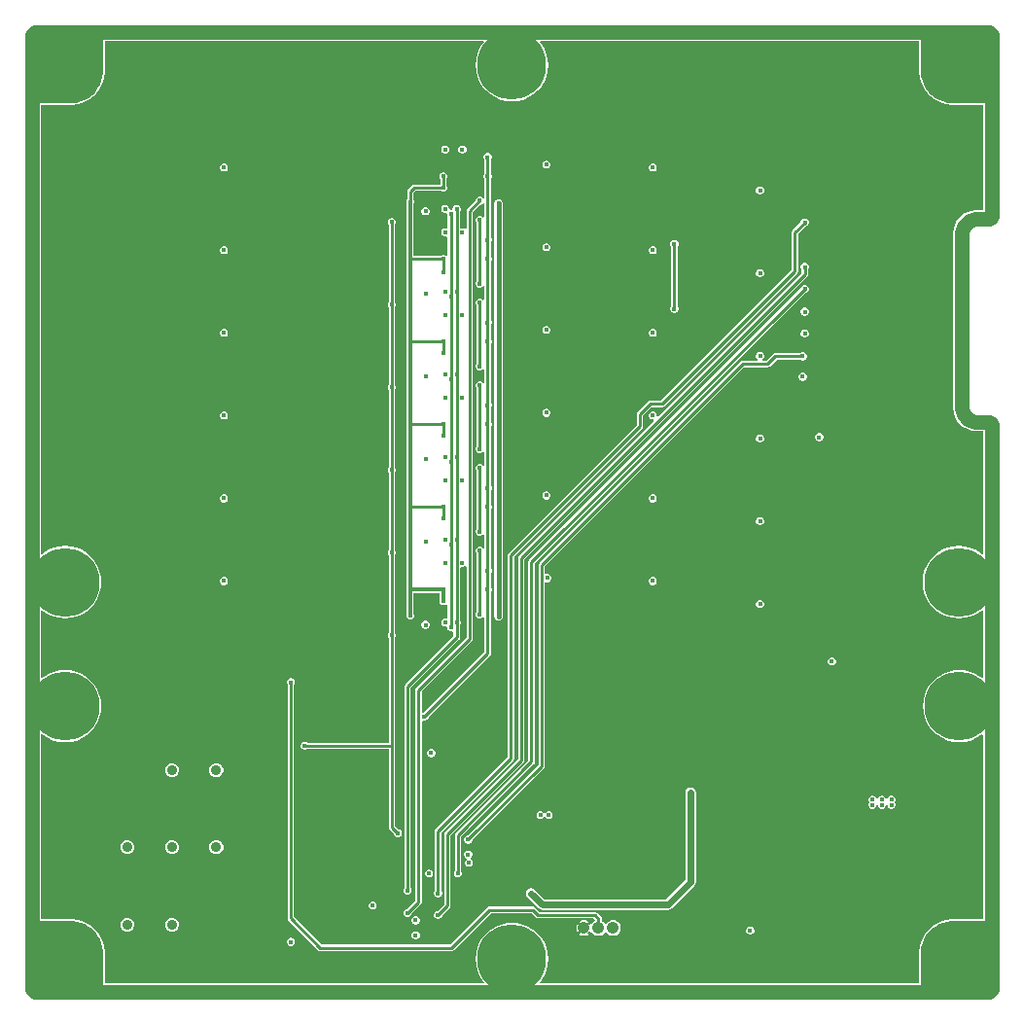
<source format=gbr>
G04*
G04 #@! TF.GenerationSoftware,Altium Limited,Altium Designer,24.1.2 (44)*
G04*
G04 Layer_Physical_Order=3*
G04 Layer_Color=16440176*
%FSLAX44Y44*%
%MOMM*%
G71*
G04*
G04 #@! TF.SameCoordinates,F88D99D9-D94F-4082-AD48-053AE485F1D2*
G04*
G04*
G04 #@! TF.FilePolarity,Positive*
G04*
G01*
G75*
%ADD14C,0.6000*%
%ADD19C,0.2540*%
%ADD40C,1.2700*%
%ADD64C,0.4000*%
%ADD65C,0.8000*%
%ADD66C,6.0000*%
%ADD68C,1.0500*%
%ADD69C,0.4000*%
%ADD70C,0.9000*%
%ADD71C,0.3000*%
G36*
X779376Y809293D02*
X779376Y809293D01*
X779376Y807438D01*
X779419Y807335D01*
X779390Y807226D01*
X779874Y803549D01*
X779930Y803452D01*
X779916Y803341D01*
X780876Y799759D01*
X780944Y799669D01*
Y799557D01*
X782363Y796131D01*
X782443Y796052D01*
X782457Y795940D01*
X784312Y792729D01*
X784400Y792660D01*
X784430Y792552D01*
X786687Y789610D01*
X786785Y789554D01*
X786827Y789450D01*
X789450Y786827D01*
X789554Y786785D01*
X789610Y786687D01*
X792552Y784430D01*
X792660Y784401D01*
X792729Y784312D01*
X795940Y782457D01*
X796052Y782443D01*
X796131Y782363D01*
X799557Y780944D01*
X799669D01*
X799759Y780876D01*
X803341Y779916D01*
X803452Y779930D01*
X803549Y779874D01*
X807226Y779390D01*
X807335Y779419D01*
X807438Y779376D01*
X809293Y779376D01*
X835232Y779376D01*
Y687825D01*
X828860D01*
X828860Y687853D01*
X824998Y687472D01*
X821285Y686346D01*
X817862Y684517D01*
X814863Y682055D01*
X812401Y679055D01*
X810572Y675633D01*
X809445Y671919D01*
X809065Y668057D01*
X809092D01*
Y515497D01*
X809065D01*
X809445Y511635D01*
X810572Y507922D01*
X812401Y504499D01*
X814863Y501500D01*
X817862Y499038D01*
X821285Y497209D01*
X824998Y496082D01*
X828860Y495702D01*
X828860Y495729D01*
X835232D01*
Y388808D01*
X834079Y388276D01*
X832572Y389563D01*
X828345Y392154D01*
X823764Y394051D01*
X818943Y395208D01*
X814000Y395597D01*
X809057Y395208D01*
X804236Y394051D01*
X799655Y392154D01*
X795427Y389563D01*
X791657Y386343D01*
X788437Y382573D01*
X785846Y378345D01*
X783949Y373764D01*
X782792Y368943D01*
X782403Y364000D01*
X782792Y359057D01*
X783949Y354236D01*
X785846Y349655D01*
X788437Y345428D01*
X791657Y341657D01*
X795427Y338437D01*
X799655Y335846D01*
X804236Y333949D01*
X809057Y332792D01*
X814000Y332403D01*
X818943Y332792D01*
X823764Y333949D01*
X828345Y335846D01*
X832572Y338437D01*
X834079Y339724D01*
X835232Y339192D01*
Y281215D01*
X834079Y280683D01*
X833049Y281563D01*
X828822Y284153D01*
X824241Y286051D01*
X819420Y287208D01*
X814477Y287597D01*
X809534Y287208D01*
X804713Y286051D01*
X800132Y284153D01*
X795904Y281563D01*
X792134Y278343D01*
X788914Y274573D01*
X786323Y270345D01*
X784426Y265764D01*
X783269Y260943D01*
X782879Y256000D01*
X783269Y251057D01*
X784426Y246236D01*
X786323Y241655D01*
X788914Y237428D01*
X792134Y233657D01*
X795904Y230437D01*
X800132Y227847D01*
X804713Y225949D01*
X809534Y224792D01*
X814477Y224403D01*
X819420Y224792D01*
X824241Y225949D01*
X828822Y227847D01*
X833049Y230437D01*
X834079Y231317D01*
X835232Y230785D01*
Y70624D01*
X809293Y70624D01*
X807438Y70624D01*
X807335Y70581D01*
X807226Y70610D01*
X803549Y70126D01*
X803452Y70069D01*
X803341Y70084D01*
X799759Y69124D01*
X799669Y69056D01*
X799557D01*
X796131Y67637D01*
X796052Y67557D01*
X795940Y67543D01*
X792729Y65688D01*
X792660Y65599D01*
X792552Y65570D01*
X789610Y63313D01*
X789554Y63215D01*
X789450Y63173D01*
X786827Y60550D01*
X786785Y60447D01*
X786687Y60390D01*
X784430Y57448D01*
X784400Y57340D01*
X784312Y57271D01*
X782457Y54060D01*
X782443Y53948D01*
X782363Y53869D01*
X780944Y50443D01*
Y50331D01*
X780876Y50241D01*
X779916Y46659D01*
X779930Y46548D01*
X779874Y46451D01*
X779390Y42774D01*
X779419Y42665D01*
X779376Y42562D01*
X779376Y40707D01*
X779376Y40707D01*
Y14768D01*
X449808D01*
X449276Y15921D01*
X450563Y17428D01*
X453153Y21655D01*
X455051Y26236D01*
X456208Y31057D01*
X456597Y36000D01*
X456208Y40943D01*
X455051Y45764D01*
X453153Y50345D01*
X450563Y54573D01*
X447343Y58343D01*
X443573Y61563D01*
X439345Y64153D01*
X434764Y66051D01*
X429943Y67208D01*
X425000Y67597D01*
X420057Y67208D01*
X415236Y66051D01*
X410655Y64153D01*
X406427Y61563D01*
X402657Y58343D01*
X399437Y54573D01*
X396847Y50345D01*
X394949Y45764D01*
X393792Y40943D01*
X393403Y36000D01*
X393792Y31057D01*
X394949Y26236D01*
X396847Y21655D01*
X399437Y17428D01*
X400724Y15921D01*
X400192Y14768D01*
X70624D01*
Y40707D01*
X70624Y40708D01*
X70624Y42562D01*
X70581Y42665D01*
X70610Y42774D01*
X70126Y46451D01*
X70069Y46548D01*
X70084Y46659D01*
X69124Y50241D01*
X69056Y50331D01*
Y50443D01*
X67637Y53869D01*
X67557Y53948D01*
X67543Y54060D01*
X65688Y57271D01*
X65599Y57340D01*
X65570Y57448D01*
X63313Y60390D01*
X63215Y60447D01*
X63173Y60550D01*
X60550Y63173D01*
X60447Y63215D01*
X60390Y63313D01*
X57448Y65570D01*
X57340Y65599D01*
X57271Y65688D01*
X54060Y67543D01*
X53948Y67557D01*
X53869Y67637D01*
X50443Y69056D01*
X50331D01*
X50241Y69124D01*
X46659Y70084D01*
X46548Y70069D01*
X46451Y70126D01*
X42774Y70610D01*
X42665Y70581D01*
X42562Y70624D01*
X40707Y70624D01*
X14768Y70624D01*
Y231192D01*
X15921Y231724D01*
X17428Y230437D01*
X21655Y227847D01*
X26236Y225949D01*
X31057Y224792D01*
X36000Y224403D01*
X40943Y224792D01*
X45764Y225949D01*
X50345Y227847D01*
X54573Y230437D01*
X58343Y233657D01*
X61563Y237428D01*
X64153Y241655D01*
X66051Y246236D01*
X67208Y251057D01*
X67597Y256000D01*
X67208Y260943D01*
X66051Y265764D01*
X64153Y270345D01*
X61563Y274573D01*
X58343Y278343D01*
X54573Y281563D01*
X50345Y284153D01*
X45764Y286051D01*
X40943Y287208D01*
X36000Y287597D01*
X31057Y287208D01*
X26236Y286051D01*
X21655Y284153D01*
X17428Y281563D01*
X15921Y280276D01*
X14768Y280808D01*
Y339192D01*
X15921Y339724D01*
X17428Y338437D01*
X21655Y335846D01*
X26236Y333949D01*
X31057Y332792D01*
X36000Y332403D01*
X40943Y332792D01*
X45764Y333949D01*
X50345Y335846D01*
X54573Y338437D01*
X58343Y341657D01*
X61563Y345428D01*
X64153Y349655D01*
X66051Y354236D01*
X67208Y359057D01*
X67597Y364000D01*
X67208Y368943D01*
X66051Y373764D01*
X64153Y378345D01*
X61563Y382573D01*
X58343Y386343D01*
X54573Y389563D01*
X50345Y392154D01*
X45764Y394051D01*
X40943Y395208D01*
X36000Y395597D01*
X31057Y395208D01*
X26236Y394051D01*
X21655Y392154D01*
X17428Y389563D01*
X15921Y388276D01*
X14768Y388808D01*
Y779376D01*
X40707Y779376D01*
X42562Y779376D01*
X42665Y779419D01*
X42774Y779390D01*
X46451Y779874D01*
X46548Y779930D01*
X46659Y779916D01*
X50241Y780876D01*
X50331Y780944D01*
X50443D01*
X53869Y782363D01*
X53948Y782443D01*
X54060Y782457D01*
X57271Y784312D01*
X57340Y784401D01*
X57448Y784430D01*
X60390Y786687D01*
X60447Y786785D01*
X60550Y786827D01*
X63173Y789450D01*
X63215Y789554D01*
X63313Y789610D01*
X65570Y792552D01*
X65599Y792660D01*
X65688Y792729D01*
X67543Y795940D01*
X67557Y796052D01*
X67637Y796131D01*
X69056Y799557D01*
Y799669D01*
X69124Y799759D01*
X70084Y803341D01*
X70069Y803452D01*
X70126Y803549D01*
X70610Y807226D01*
X70581Y807335D01*
X70624Y807438D01*
X70624Y809292D01*
X70624Y809293D01*
Y835232D01*
X400192D01*
X400724Y834079D01*
X399437Y832572D01*
X396847Y828345D01*
X394949Y823764D01*
X393792Y818943D01*
X393403Y814000D01*
X393792Y809057D01*
X394949Y804236D01*
X396847Y799655D01*
X399437Y795427D01*
X402657Y791657D01*
X406427Y788437D01*
X410655Y785846D01*
X415236Y783949D01*
X420057Y782792D01*
X425000Y782403D01*
X429943Y782792D01*
X434764Y783949D01*
X439345Y785846D01*
X443573Y788437D01*
X447343Y791657D01*
X450563Y795427D01*
X453153Y799655D01*
X455051Y804236D01*
X456208Y809057D01*
X456597Y814000D01*
X456208Y818943D01*
X455051Y823764D01*
X453153Y828345D01*
X450563Y832572D01*
X449276Y834079D01*
X449808Y835232D01*
X779376D01*
Y809293D01*
D02*
G37*
G36*
X843526Y781000D02*
X809293Y781000D01*
X807438Y781000D01*
X803761Y781484D01*
X800179Y782444D01*
X796752Y783863D01*
X793540Y785718D01*
X790598Y787975D01*
X787975Y790598D01*
X785718Y793540D01*
X783863Y796752D01*
X782444Y800179D01*
X781484Y803761D01*
X781000Y807438D01*
X781000Y809293D01*
X781000D01*
Y843526D01*
X843526D01*
Y781000D01*
D02*
G37*
G36*
X69000Y809293D02*
X69000D01*
X69000Y807438D01*
X68516Y803761D01*
X67556Y800179D01*
X66137Y796752D01*
X64282Y793540D01*
X62024Y790598D01*
X59402Y787975D01*
X56460Y785718D01*
X53248Y783863D01*
X49821Y782444D01*
X46239Y781484D01*
X42562Y781000D01*
X40707Y781000D01*
X6474Y781000D01*
Y843526D01*
X69000D01*
Y809293D01*
D02*
G37*
G36*
X843526Y6474D02*
X781000D01*
Y40707D01*
X781000Y40707D01*
X781000Y40707D01*
X781000Y42562D01*
X781484Y46239D01*
X782444Y49821D01*
X783863Y53248D01*
X785718Y56460D01*
X787975Y59402D01*
X790598Y62024D01*
X793540Y64282D01*
X796752Y66137D01*
X800179Y67556D01*
X803761Y68516D01*
X807438Y69000D01*
X809293Y69000D01*
X843526Y69000D01*
Y6474D01*
D02*
G37*
G36*
X40707Y69000D02*
X42562Y69000D01*
X46239Y68516D01*
X49821Y67556D01*
X53248Y66137D01*
X56460Y64282D01*
X59402Y62024D01*
X62024Y59402D01*
X64282Y56460D01*
X66137Y53248D01*
X67556Y49821D01*
X68516Y46239D01*
X69000Y42562D01*
X69000Y40707D01*
X69000D01*
X69000Y40707D01*
Y6474D01*
X6474D01*
Y69000D01*
X40707Y69000D01*
D02*
G37*
%LPC*%
G36*
X382546Y744184D02*
X381154D01*
X379868Y743651D01*
X378883Y742667D01*
X378350Y741380D01*
Y739988D01*
X378883Y738701D01*
X379868Y737717D01*
X381154Y737184D01*
X382546D01*
X383833Y737717D01*
X384817Y738701D01*
X385350Y739988D01*
Y741380D01*
X384817Y742667D01*
X383833Y743651D01*
X382546Y744184D01*
D02*
G37*
G36*
X367546D02*
X366154D01*
X364867Y743651D01*
X363883Y742667D01*
X363350Y741380D01*
Y739988D01*
X363883Y738701D01*
X364867Y737717D01*
X366154Y737184D01*
X367546D01*
X368833Y737717D01*
X369817Y738701D01*
X370350Y739988D01*
Y741380D01*
X369817Y742667D01*
X368833Y743651D01*
X367546Y744184D01*
D02*
G37*
G36*
X455695Y731000D02*
X454303D01*
X453016Y730467D01*
X452032Y729483D01*
X451499Y728196D01*
Y726804D01*
X452032Y725517D01*
X453016Y724533D01*
X454303Y724000D01*
X455695D01*
X456982Y724533D01*
X457966Y725517D01*
X458499Y726804D01*
Y728196D01*
X457966Y729483D01*
X456982Y730467D01*
X455695Y731000D01*
D02*
G37*
G36*
X548320Y728500D02*
X546928D01*
X545641Y727967D01*
X544657Y726982D01*
X544124Y725696D01*
Y724304D01*
X544657Y723017D01*
X545641Y722033D01*
X546928Y721500D01*
X548320D01*
X549607Y722033D01*
X550591Y723017D01*
X551124Y724304D01*
Y725696D01*
X550591Y726982D01*
X549607Y727967D01*
X548320Y728500D01*
D02*
G37*
G36*
X174960D02*
X173568D01*
X172281Y727967D01*
X171297Y726982D01*
X170764Y725696D01*
Y724304D01*
X171297Y723017D01*
X172281Y722033D01*
X173568Y721500D01*
X174960D01*
X176247Y722033D01*
X177231Y723017D01*
X177764Y724304D01*
Y725696D01*
X177231Y726982D01*
X176247Y727967D01*
X174960Y728500D01*
D02*
G37*
G36*
X404556Y737524D02*
X403164D01*
X401877Y736991D01*
X400893Y736007D01*
X400360Y734720D01*
Y733328D01*
X400893Y732041D01*
X401036Y731898D01*
Y719676D01*
X400893Y719533D01*
X400360Y718246D01*
Y716854D01*
X400893Y715567D01*
X401036Y715424D01*
Y698465D01*
X400313Y698148D01*
X399766Y698076D01*
X398899Y698943D01*
X397612Y699476D01*
X396220D01*
X394933Y698943D01*
X393949Y697959D01*
X393416Y696672D01*
Y696470D01*
X386226Y689280D01*
X385614Y688364D01*
X385399Y687283D01*
X385399Y687283D01*
Y671881D01*
X384129Y671355D01*
X383833Y671651D01*
X382546Y672184D01*
X381154D01*
X380944Y672097D01*
X379674Y672946D01*
Y686684D01*
X379817Y686827D01*
X380350Y688114D01*
Y689506D01*
X379817Y690793D01*
X378833Y691777D01*
X377546Y692310D01*
X376154D01*
X374867Y691777D01*
X373883Y690793D01*
X373350Y689506D01*
Y689352D01*
X372546Y688310D01*
X371154D01*
X370350Y689352D01*
Y689506D01*
X369817Y690793D01*
X368833Y691777D01*
X367546Y692310D01*
X366154D01*
X364867Y691777D01*
X363883Y690793D01*
X363350Y689506D01*
Y688114D01*
X363883Y686827D01*
X364867Y685843D01*
X366154Y685310D01*
X367546D01*
X368350Y684268D01*
Y684114D01*
X368883Y682827D01*
X369026Y682684D01*
Y672946D01*
X367756Y672097D01*
X367546Y672184D01*
X366154D01*
X364867Y671651D01*
X363883Y670667D01*
X363350Y669380D01*
Y667988D01*
X363883Y666701D01*
X364867Y665717D01*
X366154Y665184D01*
X367546D01*
X367756Y665271D01*
X369026Y664422D01*
Y648486D01*
X367756Y647960D01*
X367199Y648517D01*
X365912Y649050D01*
X364520D01*
X363233Y648517D01*
X363091Y648374D01*
X339519D01*
Y693239D01*
X339960Y694304D01*
Y695696D01*
X339427Y696982D01*
X339284Y697125D01*
Y703084D01*
X340876Y704676D01*
X363091D01*
X363233Y704533D01*
X364520Y704000D01*
X365912D01*
X367199Y704533D01*
X368183Y705517D01*
X368716Y706804D01*
Y708196D01*
X368183Y709483D01*
X368040Y709625D01*
Y715424D01*
X368183Y715567D01*
X368716Y716854D01*
Y718246D01*
X368183Y719533D01*
X367199Y720517D01*
X365912Y721050D01*
X364520D01*
X363233Y720517D01*
X362249Y719533D01*
X361716Y718246D01*
Y716854D01*
X362249Y715567D01*
X362392Y715424D01*
Y710324D01*
X339706D01*
X338625Y710109D01*
X337709Y709497D01*
X337709Y709497D01*
X334463Y706251D01*
X333850Y705334D01*
X333635Y704253D01*
X333635Y704253D01*
Y697125D01*
X333493Y696982D01*
X332960Y695696D01*
Y694304D01*
X333401Y693239D01*
Y645550D01*
Y624761D01*
X332960Y623696D01*
Y622304D01*
X333401Y621239D01*
Y573550D01*
Y552761D01*
X332960Y551696D01*
Y550304D01*
X333401Y549239D01*
Y501500D01*
Y480761D01*
X332960Y479696D01*
Y478304D01*
X333401Y477239D01*
Y429500D01*
Y408761D01*
X332960Y407696D01*
Y406304D01*
X333401Y405239D01*
Y357278D01*
X333401Y357277D01*
X333401Y357277D01*
Y336761D01*
X332960Y335696D01*
Y334304D01*
X333493Y333017D01*
X334477Y332033D01*
X335764Y331500D01*
X337156D01*
X338442Y332033D01*
X339427Y333017D01*
X339960Y334304D01*
Y335696D01*
X339519Y336761D01*
Y354441D01*
X362157D01*
Y349261D01*
X361716Y348196D01*
Y346804D01*
X362249Y345517D01*
X363233Y344533D01*
X364520Y344000D01*
X365912D01*
X367199Y344533D01*
X367756Y345090D01*
X369026Y344564D01*
Y333072D01*
X367756Y332223D01*
X367546Y332310D01*
X366154D01*
X364867Y331777D01*
X363883Y330793D01*
X363350Y329506D01*
Y328114D01*
X363883Y326827D01*
X364867Y325843D01*
X366154Y325310D01*
X367546D01*
X368350Y324268D01*
Y324114D01*
X368883Y322827D01*
X369868Y321843D01*
X371154Y321310D01*
X372546D01*
X372756Y321397D01*
X374026Y320548D01*
Y317060D01*
X332076Y275110D01*
X331464Y274194D01*
X331249Y273113D01*
X331249Y273113D01*
Y97635D01*
X331106Y97493D01*
X330573Y96206D01*
Y94814D01*
X331106Y93527D01*
X332091Y92543D01*
X333377Y92010D01*
X334769D01*
X336056Y92543D01*
X337040Y93527D01*
X337573Y94814D01*
Y96206D01*
X337040Y97493D01*
X336898Y97635D01*
Y271943D01*
X378847Y313893D01*
X378847Y313893D01*
X379459Y314809D01*
X379674Y315890D01*
Y326684D01*
X379817Y326827D01*
X380350Y328114D01*
Y329506D01*
X379817Y330793D01*
X379674Y330936D01*
Y376422D01*
X380944Y377271D01*
X381154Y377184D01*
X382546D01*
X383833Y377717D01*
X384129Y378013D01*
X385399Y377487D01*
Y315733D01*
X341513Y271847D01*
X340901Y270931D01*
X340686Y269850D01*
X340686Y269850D01*
X340686Y140781D01*
Y86617D01*
X333579Y79510D01*
X333377D01*
X332091Y78977D01*
X331106Y77993D01*
X330573Y76706D01*
Y75314D01*
X331106Y74028D01*
X332091Y73043D01*
X333377Y72510D01*
X334769D01*
X336056Y73043D01*
X337040Y74028D01*
X337573Y75314D01*
Y75516D01*
X345507Y83450D01*
X346119Y84366D01*
X346334Y85447D01*
X346334Y85447D01*
Y140781D01*
X346334Y242771D01*
X347604Y243620D01*
X348087Y243420D01*
X349479D01*
X350766Y243953D01*
X351750Y244937D01*
X352283Y246224D01*
Y246426D01*
X405857Y300000D01*
X405857Y300000D01*
X406469Y300916D01*
X406684Y301997D01*
X406684Y301997D01*
Y355424D01*
X406827Y355567D01*
X407360Y356854D01*
Y358246D01*
X406827Y359533D01*
X406684Y359675D01*
Y371898D01*
X406827Y372041D01*
X407360Y373328D01*
Y374720D01*
X406827Y376007D01*
X406684Y376149D01*
Y427425D01*
X406827Y427567D01*
X407360Y428854D01*
Y430246D01*
X406827Y431533D01*
X406684Y431675D01*
Y443899D01*
X406827Y444041D01*
X407360Y445328D01*
Y446720D01*
X406827Y448007D01*
X406684Y448149D01*
Y499425D01*
X406827Y499567D01*
X407360Y500854D01*
Y502246D01*
X406827Y503533D01*
X406684Y503675D01*
Y515899D01*
X406827Y516041D01*
X407360Y517328D01*
Y518720D01*
X406827Y520007D01*
X406684Y520149D01*
Y571424D01*
X406827Y571567D01*
X407360Y572854D01*
Y574246D01*
X406827Y575533D01*
X406684Y575676D01*
Y587898D01*
X406827Y588041D01*
X407360Y589328D01*
Y590720D01*
X406827Y592007D01*
X406684Y592149D01*
Y643425D01*
X406827Y643567D01*
X407360Y644854D01*
Y646246D01*
X406827Y647533D01*
X406684Y647675D01*
Y659899D01*
X406827Y660041D01*
X407360Y661328D01*
Y662720D01*
X406827Y664007D01*
X406684Y664149D01*
Y715424D01*
X406827Y715567D01*
X407360Y716854D01*
Y718246D01*
X406827Y719533D01*
X406684Y719676D01*
Y731898D01*
X406827Y732041D01*
X407360Y733328D01*
Y734720D01*
X406827Y736007D01*
X405843Y736991D01*
X404556Y737524D01*
D02*
G37*
G36*
X641660Y708500D02*
X640268D01*
X638981Y707967D01*
X637997Y706982D01*
X637464Y705696D01*
Y704304D01*
X637997Y703017D01*
X638981Y702033D01*
X640268Y701500D01*
X641660D01*
X642947Y702033D01*
X643931Y703017D01*
X644464Y704304D01*
Y705696D01*
X643931Y706982D01*
X642947Y707967D01*
X641660Y708500D01*
D02*
G37*
G36*
X350474Y690314D02*
X349082D01*
X347795Y689781D01*
X346811Y688797D01*
X346278Y687511D01*
Y686118D01*
X346811Y684832D01*
X347795Y683847D01*
X349082Y683314D01*
X350474D01*
X351761Y683847D01*
X352745Y684832D01*
X353278Y686118D01*
Y687511D01*
X352745Y688797D01*
X351761Y689781D01*
X350474Y690314D01*
D02*
G37*
G36*
X455695Y659000D02*
X454303D01*
X453016Y658467D01*
X452032Y657483D01*
X451499Y656196D01*
Y654804D01*
X452032Y653517D01*
X453016Y652533D01*
X454303Y652000D01*
X455695D01*
X456982Y652533D01*
X457966Y653517D01*
X458499Y654804D01*
Y656196D01*
X457966Y657483D01*
X456982Y658467D01*
X455695Y659000D01*
D02*
G37*
G36*
X548320Y656500D02*
X546928D01*
X545641Y655967D01*
X544657Y654983D01*
X544124Y653696D01*
Y652304D01*
X544657Y651017D01*
X545641Y650033D01*
X546928Y649500D01*
X548320D01*
X549607Y650033D01*
X550591Y651017D01*
X551124Y652304D01*
Y653696D01*
X550591Y654983D01*
X549607Y655967D01*
X548320Y656500D01*
D02*
G37*
G36*
X174960D02*
X173568D01*
X172281Y655967D01*
X171297Y654983D01*
X170764Y653696D01*
Y652304D01*
X171297Y651017D01*
X172281Y650033D01*
X173568Y649500D01*
X174960D01*
X176247Y650033D01*
X177231Y651017D01*
X177764Y652304D01*
Y653696D01*
X177231Y654983D01*
X176247Y655967D01*
X174960Y656500D01*
D02*
G37*
G36*
X641660Y636500D02*
X640268D01*
X638981Y635967D01*
X637997Y634983D01*
X637464Y633696D01*
Y632304D01*
X637997Y631017D01*
X638981Y630033D01*
X640268Y629500D01*
X641660D01*
X642947Y630033D01*
X643931Y631017D01*
X644464Y632304D01*
Y633696D01*
X643931Y634983D01*
X642947Y635967D01*
X641660Y636500D01*
D02*
G37*
G36*
X567116Y661994D02*
X565724D01*
X564437Y661461D01*
X563453Y660477D01*
X562920Y659190D01*
Y657798D01*
X563453Y656511D01*
X563596Y656368D01*
Y604105D01*
X563453Y603963D01*
X562920Y602676D01*
Y601284D01*
X563453Y599997D01*
X564437Y599013D01*
X565724Y598480D01*
X567116D01*
X568403Y599013D01*
X569387Y599997D01*
X569920Y601284D01*
Y602676D01*
X569387Y603963D01*
X569244Y604105D01*
Y656368D01*
X569387Y656511D01*
X569920Y657798D01*
Y659190D01*
X569387Y660477D01*
X568403Y661461D01*
X567116Y661994D01*
D02*
G37*
G36*
X680680Y602928D02*
X679288D01*
X678001Y602395D01*
X677017Y601410D01*
X676484Y600124D01*
Y598732D01*
X677017Y597445D01*
X678001Y596461D01*
X679288Y595928D01*
X680680D01*
X681967Y596461D01*
X682951Y597445D01*
X683484Y598732D01*
Y600124D01*
X682951Y601410D01*
X681967Y602395D01*
X680680Y602928D01*
D02*
G37*
G36*
X455695Y587000D02*
X454303D01*
X453016Y586467D01*
X452032Y585482D01*
X451499Y584196D01*
Y582804D01*
X452032Y581517D01*
X453016Y580533D01*
X454303Y580000D01*
X455695D01*
X456982Y580533D01*
X457966Y581517D01*
X458499Y582804D01*
Y584196D01*
X457966Y585482D01*
X456982Y586467D01*
X455695Y587000D01*
D02*
G37*
G36*
X548320Y584500D02*
X546928D01*
X545641Y583967D01*
X544657Y582982D01*
X544124Y581696D01*
Y580304D01*
X544657Y579017D01*
X545641Y578033D01*
X546928Y577500D01*
X548320D01*
X549607Y578033D01*
X550591Y579017D01*
X551124Y580304D01*
Y581696D01*
X550591Y582982D01*
X549607Y583967D01*
X548320Y584500D01*
D02*
G37*
G36*
X174960D02*
X173568D01*
X172281Y583967D01*
X171297Y582982D01*
X170764Y581696D01*
Y580304D01*
X171297Y579017D01*
X172281Y578033D01*
X173568Y577500D01*
X174960D01*
X176247Y578033D01*
X177231Y579017D01*
X177764Y580304D01*
Y581696D01*
X177231Y582982D01*
X176247Y583967D01*
X174960Y584500D01*
D02*
G37*
G36*
X680680Y583928D02*
X679288D01*
X678001Y583395D01*
X677017Y582410D01*
X676484Y581124D01*
Y579732D01*
X677017Y578445D01*
X678001Y577461D01*
X679288Y576928D01*
X680680D01*
X681967Y577461D01*
X682951Y578445D01*
X683484Y579732D01*
Y581124D01*
X682951Y582410D01*
X681967Y583395D01*
X680680Y583928D01*
D02*
G37*
G36*
X641660Y564500D02*
X640268D01*
X638981Y563967D01*
X637997Y562982D01*
X637464Y561696D01*
Y560304D01*
X637997Y559017D01*
X638981Y558033D01*
X639049Y558005D01*
X638797Y556735D01*
X626001D01*
X624920Y556520D01*
X624004Y555908D01*
X624004Y555907D01*
X448957Y380861D01*
X448345Y379945D01*
X448130Y378864D01*
X448130Y378864D01*
Y204981D01*
X386389Y143240D01*
X386187D01*
X384901Y142707D01*
X383916Y141723D01*
X383383Y140436D01*
Y139044D01*
X383916Y137757D01*
X384901Y136773D01*
X386187Y136240D01*
X387579D01*
X388866Y136773D01*
X389850Y137757D01*
X390383Y139044D01*
Y139246D01*
X452951Y201814D01*
X452951Y201814D01*
X453563Y202730D01*
X453778Y203811D01*
Y363374D01*
X454834Y364080D01*
X455028Y364000D01*
X456420D01*
X457707Y364533D01*
X458691Y365517D01*
X459224Y366804D01*
Y368196D01*
X458691Y369482D01*
X457707Y370467D01*
X456420Y371000D01*
X455028D01*
X454834Y370920D01*
X453778Y371625D01*
Y377694D01*
X627171Y551086D01*
X647699D01*
X647699Y551086D01*
X648780Y551301D01*
X649696Y551913D01*
X655495Y557712D01*
X676055D01*
X676197Y557569D01*
X677484Y557036D01*
X678876D01*
X680163Y557569D01*
X681147Y558553D01*
X681680Y559840D01*
Y561232D01*
X681147Y562519D01*
X680163Y563503D01*
X678876Y564036D01*
X677484D01*
X676197Y563503D01*
X676055Y563360D01*
X654325D01*
X654325Y563360D01*
X653244Y563145D01*
X652328Y562533D01*
X652328Y562533D01*
X646529Y556735D01*
X643131D01*
X642879Y558005D01*
X642947Y558033D01*
X643931Y559017D01*
X644464Y560304D01*
Y561696D01*
X643931Y562982D01*
X642947Y563967D01*
X641660Y564500D01*
D02*
G37*
G36*
X678876Y546314D02*
X677484D01*
X676197Y545782D01*
X675213Y544797D01*
X674680Y543511D01*
Y542118D01*
X675213Y540832D01*
X676197Y539847D01*
X677484Y539314D01*
X678876D01*
X680163Y539847D01*
X681147Y540832D01*
X681680Y542118D01*
Y543511D01*
X681147Y544797D01*
X680163Y545782D01*
X678876Y546314D01*
D02*
G37*
G36*
X680680Y680711D02*
X679288D01*
X678001Y680179D01*
X677017Y679194D01*
X676484Y677908D01*
Y677706D01*
X669314Y670536D01*
X668702Y669620D01*
X668487Y668539D01*
X668487Y668539D01*
Y635896D01*
X554691Y522100D01*
X545374D01*
X545374Y522100D01*
X544293Y521885D01*
X543377Y521273D01*
X534461Y512357D01*
X533849Y511441D01*
X533634Y510360D01*
X533634Y510360D01*
Y500806D01*
X422109Y389282D01*
X421497Y388366D01*
X421282Y387285D01*
X421282Y387285D01*
Y211785D01*
X358683Y149186D01*
X358071Y148269D01*
X357856Y147189D01*
X357856Y147188D01*
Y95245D01*
X357713Y95102D01*
X357180Y93816D01*
Y92423D01*
X357713Y91137D01*
X358697Y90152D01*
X359984Y89620D01*
X361376D01*
X362663Y90152D01*
X363647Y91137D01*
X364180Y92423D01*
Y93816D01*
X363647Y95102D01*
X363504Y95245D01*
Y146019D01*
X426104Y208618D01*
X426104Y208618D01*
X426716Y209534D01*
X426931Y210615D01*
X426931Y210615D01*
Y386115D01*
X538455Y497639D01*
X538455Y497639D01*
X539067Y498555D01*
X539282Y499636D01*
X539282Y499636D01*
Y509190D01*
X546544Y516451D01*
X555860D01*
X555860Y516451D01*
X556941Y516666D01*
X557858Y517278D01*
X673308Y632729D01*
X673309Y632729D01*
X673921Y633646D01*
X674136Y634726D01*
Y667369D01*
X680478Y673711D01*
X680680D01*
X681967Y674244D01*
X682951Y675229D01*
X683484Y676515D01*
Y677908D01*
X682951Y679194D01*
X681967Y680179D01*
X680680Y680711D01*
D02*
G37*
G36*
Y641820D02*
X679288D01*
X678001Y641287D01*
X677017Y640302D01*
X676484Y639016D01*
Y637623D01*
X677017Y636337D01*
X677160Y636194D01*
Y633034D01*
X552369Y508243D01*
X551124Y508794D01*
Y509696D01*
X550591Y510983D01*
X549607Y511967D01*
X548320Y512500D01*
X546928D01*
X545641Y511967D01*
X544657Y510983D01*
X544124Y509696D01*
Y508304D01*
X544657Y507017D01*
X545641Y506033D01*
X546928Y505500D01*
X547830D01*
X548381Y504255D01*
X431116Y386990D01*
X430504Y386074D01*
X430289Y384993D01*
X430289Y384993D01*
Y210278D01*
X366683Y146672D01*
X366071Y145756D01*
X365856Y144675D01*
X365856Y144675D01*
Y83370D01*
X360186Y77700D01*
X359984D01*
X358697Y77167D01*
X357713Y76183D01*
X357180Y74896D01*
Y73504D01*
X357713Y72217D01*
X358697Y71233D01*
X359984Y70700D01*
X361376D01*
X362663Y71233D01*
X363647Y72217D01*
X364180Y73504D01*
Y73706D01*
X370677Y80203D01*
X371289Y81119D01*
X371504Y82200D01*
Y143505D01*
X435110Y207111D01*
X435110Y207111D01*
X435723Y208028D01*
X435938Y209109D01*
Y383823D01*
X681981Y629867D01*
X681981Y629867D01*
X682593Y630783D01*
X682808Y631864D01*
X682808Y631864D01*
Y636194D01*
X682951Y636337D01*
X683484Y637623D01*
Y639016D01*
X682951Y640302D01*
X681967Y641287D01*
X680680Y641820D01*
D02*
G37*
G36*
X455695Y515000D02*
X454303D01*
X453016Y514467D01*
X452032Y513483D01*
X451499Y512196D01*
Y510804D01*
X452032Y509517D01*
X453016Y508533D01*
X454303Y508000D01*
X455695D01*
X456982Y508533D01*
X457966Y509517D01*
X458499Y510804D01*
Y512196D01*
X457966Y513483D01*
X456982Y514467D01*
X455695Y515000D01*
D02*
G37*
G36*
X174960Y512500D02*
X173568D01*
X172281Y511967D01*
X171297Y510983D01*
X170764Y509696D01*
Y508304D01*
X171297Y507017D01*
X172281Y506033D01*
X173568Y505500D01*
X174960D01*
X176247Y506033D01*
X177231Y507017D01*
X177764Y508304D01*
Y509696D01*
X177231Y510983D01*
X176247Y511967D01*
X174960Y512500D01*
D02*
G37*
G36*
X693180Y493720D02*
X691788D01*
X690501Y493187D01*
X689517Y492203D01*
X688984Y490916D01*
Y489524D01*
X689517Y488237D01*
X690501Y487253D01*
X691788Y486720D01*
X693180D01*
X694467Y487253D01*
X695451Y488237D01*
X695984Y489524D01*
Y490916D01*
X695451Y492203D01*
X694467Y493187D01*
X693180Y493720D01*
D02*
G37*
G36*
X641660Y492500D02*
X640268D01*
X638981Y491967D01*
X637997Y490983D01*
X637464Y489696D01*
Y488304D01*
X637997Y487017D01*
X638981Y486033D01*
X640268Y485500D01*
X641660D01*
X642947Y486033D01*
X643931Y487017D01*
X644464Y488304D01*
Y489696D01*
X643931Y490983D01*
X642947Y491967D01*
X641660Y492500D01*
D02*
G37*
G36*
X455695Y443000D02*
X454303D01*
X453016Y442467D01*
X452032Y441483D01*
X451499Y440196D01*
Y438804D01*
X452032Y437517D01*
X453016Y436533D01*
X454303Y436000D01*
X455695D01*
X456982Y436533D01*
X457966Y437517D01*
X458499Y438804D01*
Y440196D01*
X457966Y441483D01*
X456982Y442467D01*
X455695Y443000D01*
D02*
G37*
G36*
X548320Y440500D02*
X546928D01*
X545641Y439967D01*
X544657Y438983D01*
X544124Y437696D01*
Y436304D01*
X544657Y435017D01*
X545641Y434033D01*
X546928Y433500D01*
X548320D01*
X549607Y434033D01*
X550591Y435017D01*
X551124Y436304D01*
Y437696D01*
X550591Y438983D01*
X549607Y439967D01*
X548320Y440500D01*
D02*
G37*
G36*
X174960D02*
X173568D01*
X172281Y439967D01*
X171297Y438983D01*
X170764Y437696D01*
Y436304D01*
X171297Y435017D01*
X172281Y434033D01*
X173568Y433500D01*
X174960D01*
X176247Y434033D01*
X177231Y435017D01*
X177764Y436304D01*
Y437696D01*
X177231Y438983D01*
X176247Y439967D01*
X174960Y440500D01*
D02*
G37*
G36*
X641660Y420500D02*
X640268D01*
X638981Y419967D01*
X637997Y418983D01*
X637464Y417696D01*
Y416304D01*
X637997Y415017D01*
X638981Y414033D01*
X640268Y413500D01*
X641660D01*
X642947Y414033D01*
X643931Y415017D01*
X644464Y416304D01*
Y417696D01*
X643931Y418983D01*
X642947Y419967D01*
X641660Y420500D01*
D02*
G37*
G36*
X548320Y368500D02*
X546928D01*
X545641Y367967D01*
X544657Y366982D01*
X544124Y365696D01*
Y364304D01*
X544657Y363017D01*
X545641Y362033D01*
X546928Y361500D01*
X548320D01*
X549607Y362033D01*
X550591Y363017D01*
X551124Y364304D01*
Y365696D01*
X550591Y366982D01*
X549607Y367967D01*
X548320Y368500D01*
D02*
G37*
G36*
X174960D02*
X173568D01*
X172281Y367967D01*
X171297Y366982D01*
X170764Y365696D01*
Y364304D01*
X171297Y363017D01*
X172281Y362033D01*
X173568Y361500D01*
X174960D01*
X176247Y362033D01*
X177231Y363017D01*
X177764Y364304D01*
Y365696D01*
X177231Y366982D01*
X176247Y367967D01*
X174960Y368500D01*
D02*
G37*
G36*
X641660Y348500D02*
X640268D01*
X638981Y347967D01*
X637997Y346982D01*
X637464Y345696D01*
Y344304D01*
X637997Y343017D01*
X638981Y342033D01*
X640268Y341500D01*
X641660D01*
X642947Y342033D01*
X643931Y343017D01*
X644464Y344304D01*
Y345696D01*
X643931Y346982D01*
X642947Y347967D01*
X641660Y348500D01*
D02*
G37*
G36*
X413242Y697355D02*
X412897Y697287D01*
X412545D01*
X412221Y697152D01*
X411876Y697084D01*
X411584Y696889D01*
X411259Y696754D01*
X411011Y696506D01*
X410718Y696310D01*
X410717Y696309D01*
X410521Y696016D01*
X410275Y695770D01*
X410141Y695447D01*
X409943Y695151D01*
X409874Y694802D01*
X409742Y694483D01*
Y694138D01*
X409671Y693785D01*
Y333785D01*
X409740Y333441D01*
Y333089D01*
X409874Y332764D01*
X409943Y332420D01*
X410138Y332127D01*
X410273Y331803D01*
X410521Y331554D01*
X410717Y331262D01*
X411009Y331067D01*
X411257Y330818D01*
X411582Y330684D01*
X411874Y330488D01*
X412219Y330420D01*
X412544Y330285D01*
X412895D01*
X413240Y330217D01*
X413585Y330285D01*
X413936D01*
X414261Y330420D01*
X414606Y330488D01*
X414898Y330684D01*
X415223Y330818D01*
X415471Y331067D01*
X415763Y331262D01*
X415959Y331554D01*
X416207Y331803D01*
X416342Y332127D01*
X416537Y332420D01*
X416605Y332764D01*
X416740Y333089D01*
Y333441D01*
X416809Y333785D01*
Y693779D01*
X416810Y693787D01*
X416742Y694132D01*
Y694483D01*
X416607Y694808D01*
X416539Y695153D01*
X416343Y695445D01*
X416209Y695770D01*
X415960Y696018D01*
X415765Y696310D01*
X415473Y696506D01*
X415224Y696754D01*
X414899Y696889D01*
X414607Y697084D01*
X414263Y697152D01*
X413938Y697287D01*
X413586D01*
X413242Y697355D01*
D02*
G37*
G36*
X350474Y330314D02*
X349082D01*
X347795Y329781D01*
X346811Y328797D01*
X346278Y327510D01*
Y326118D01*
X346811Y324832D01*
X347795Y323847D01*
X349082Y323314D01*
X350474D01*
X351761Y323847D01*
X352745Y324832D01*
X353278Y326118D01*
Y327510D01*
X352745Y328797D01*
X351761Y329781D01*
X350474Y330314D01*
D02*
G37*
G36*
X704176Y298500D02*
X702784D01*
X701497Y297967D01*
X700513Y296983D01*
X699980Y295696D01*
Y294304D01*
X700513Y293017D01*
X701497Y292033D01*
X702784Y291500D01*
X704176D01*
X705463Y292033D01*
X706447Y293017D01*
X706980Y294304D01*
Y295696D01*
X706447Y296983D01*
X705463Y297967D01*
X704176Y298500D01*
D02*
G37*
G36*
X321155Y681252D02*
X319762D01*
X318476Y680719D01*
X317491Y679734D01*
X316959Y678448D01*
Y677055D01*
X317491Y675769D01*
X317635Y675625D01*
Y607877D01*
X317491Y607733D01*
X316958Y606446D01*
Y605054D01*
X317491Y603767D01*
X317635Y603623D01*
Y535877D01*
X317491Y535733D01*
X316958Y534446D01*
Y533054D01*
X317491Y531767D01*
X317635Y531623D01*
Y463877D01*
X317491Y463733D01*
X316958Y462446D01*
Y461054D01*
X317491Y459767D01*
X317635Y459623D01*
Y391877D01*
X317491Y391733D01*
X316958Y390446D01*
Y389054D01*
X317491Y387767D01*
X317635Y387623D01*
Y319874D01*
X317493Y319731D01*
X316960Y318444D01*
Y317052D01*
X317493Y315766D01*
X317635Y315623D01*
Y224301D01*
X246710D01*
X246567Y224444D01*
X245281Y224977D01*
X243888D01*
X242602Y224444D01*
X241617Y223459D01*
X241085Y222173D01*
Y220781D01*
X241617Y219494D01*
X242602Y218510D01*
X243888Y217977D01*
X245281D01*
X246567Y218510D01*
X246710Y218652D01*
X317635D01*
Y150570D01*
X317635Y150570D01*
X317850Y149489D01*
X318463Y148573D01*
X322210Y144826D01*
Y144624D01*
X322743Y143337D01*
X323727Y142353D01*
X325014Y141820D01*
X326406D01*
X327693Y142353D01*
X328677Y143337D01*
X329210Y144624D01*
Y146016D01*
X328677Y147303D01*
X327693Y148287D01*
X326406Y148820D01*
X326204D01*
X323284Y151740D01*
Y221477D01*
Y315623D01*
X323427Y315766D01*
X323960Y317052D01*
Y318444D01*
X323427Y319731D01*
X323284Y319874D01*
Y387626D01*
X323425Y387767D01*
X323958Y389054D01*
Y390446D01*
X323425Y391733D01*
X323284Y391874D01*
Y459626D01*
X323425Y459767D01*
X323958Y461054D01*
Y462446D01*
X323425Y463733D01*
X323284Y463874D01*
Y531626D01*
X323425Y531767D01*
X323958Y533054D01*
Y534446D01*
X323425Y535733D01*
X323284Y535874D01*
Y603626D01*
X323425Y603767D01*
X323958Y605054D01*
Y606446D01*
X323425Y607733D01*
X323284Y607874D01*
Y675627D01*
X323426Y675769D01*
X323959Y677055D01*
Y678448D01*
X323426Y679734D01*
X322441Y680719D01*
X321155Y681252D01*
D02*
G37*
G36*
X355446Y218627D02*
X354053D01*
X352767Y218094D01*
X351782Y217109D01*
X351249Y215823D01*
Y214431D01*
X351782Y213144D01*
X352767Y212160D01*
X354053Y211627D01*
X355446D01*
X356732Y212160D01*
X357716Y213144D01*
X358249Y214431D01*
Y215823D01*
X357716Y217109D01*
X356732Y218094D01*
X355446Y218627D01*
D02*
G37*
G36*
X168833Y206373D02*
X166446D01*
X164241Y205460D01*
X162553Y203772D01*
X161640Y201567D01*
Y199180D01*
X162553Y196974D01*
X164241Y195287D01*
X166446Y194373D01*
X168833D01*
X171039Y195287D01*
X172726Y196974D01*
X173640Y199180D01*
Y201567D01*
X172726Y203772D01*
X171039Y205460D01*
X168833Y206373D01*
D02*
G37*
G36*
X130014D02*
X127626D01*
X125421Y205460D01*
X123733Y203772D01*
X122820Y201567D01*
Y199180D01*
X123733Y196974D01*
X125421Y195287D01*
X127626Y194373D01*
X130014D01*
X132219Y195287D01*
X133906Y196974D01*
X134820Y199180D01*
Y201567D01*
X133906Y203772D01*
X132219Y205460D01*
X130014Y206373D01*
D02*
G37*
G36*
X756050Y178300D02*
X754657D01*
X753371Y177767D01*
X752386Y176783D01*
X751854Y175496D01*
X750591D01*
X750058Y176783D01*
X749074Y177767D01*
X747787Y178300D01*
X746395D01*
X745108Y177767D01*
X744124Y176783D01*
X743591Y175496D01*
X742329D01*
X741796Y176783D01*
X740811Y177767D01*
X739525Y178300D01*
X738132D01*
X736846Y177767D01*
X735862Y176783D01*
X735329Y175496D01*
Y174104D01*
X735862Y172817D01*
X736189Y172490D01*
X735862Y172163D01*
X735329Y170876D01*
Y169484D01*
X735862Y168197D01*
X736846Y167213D01*
X738132Y166680D01*
X739525D01*
X740811Y167213D01*
X741796Y168197D01*
X742329Y169484D01*
X743591D01*
X744124Y168197D01*
X745108Y167213D01*
X746395Y166680D01*
X747787D01*
X749074Y167213D01*
X750058Y168197D01*
X750591Y169484D01*
X751854D01*
X752386Y168197D01*
X753371Y167213D01*
X754657Y166680D01*
X756050D01*
X757336Y167213D01*
X758321Y168197D01*
X758854Y169484D01*
Y170876D01*
X758321Y172163D01*
X757993Y172490D01*
X758321Y172817D01*
X758854Y174104D01*
Y175496D01*
X758321Y176783D01*
X757336Y177767D01*
X756050Y178300D01*
D02*
G37*
G36*
X457711Y164669D02*
X456318D01*
X455032Y164136D01*
X454048Y163152D01*
X452676D01*
X451692Y164136D01*
X450405Y164669D01*
X449013D01*
X447727Y164136D01*
X446742Y163152D01*
X446209Y161865D01*
Y160473D01*
X446742Y159187D01*
X447727Y158202D01*
X449013Y157669D01*
X450405D01*
X451692Y158202D01*
X452676Y159187D01*
X454048D01*
X455032Y158202D01*
X456318Y157669D01*
X457711D01*
X458997Y158202D01*
X459982Y159187D01*
X460515Y160473D01*
Y161865D01*
X459982Y163152D01*
X458997Y164136D01*
X457711Y164669D01*
D02*
G37*
G36*
X168833Y139120D02*
X166446D01*
X164241Y138206D01*
X162553Y136518D01*
X161640Y134313D01*
Y131926D01*
X162553Y129721D01*
X164241Y128033D01*
X166446Y127120D01*
X168833D01*
X171039Y128033D01*
X172726Y129721D01*
X173640Y131926D01*
Y134313D01*
X172726Y136518D01*
X171039Y138206D01*
X168833Y139120D01*
D02*
G37*
G36*
X130014D02*
X127626D01*
X125421Y138206D01*
X123733Y136518D01*
X122820Y134313D01*
Y131926D01*
X123733Y129721D01*
X125421Y128033D01*
X127626Y127120D01*
X130014D01*
X132219Y128033D01*
X133906Y129721D01*
X134820Y131926D01*
Y134313D01*
X133906Y136518D01*
X132219Y138206D01*
X130014Y139120D01*
D02*
G37*
G36*
X91194D02*
X88806D01*
X86601Y138206D01*
X84913Y136518D01*
X84000Y134313D01*
Y131926D01*
X84913Y129721D01*
X86601Y128033D01*
X88806Y127120D01*
X91194D01*
X93399Y128033D01*
X95087Y129721D01*
X96000Y131926D01*
Y134313D01*
X95087Y136518D01*
X93399Y138206D01*
X91194Y139120D01*
D02*
G37*
G36*
X387579Y130379D02*
X386187D01*
X384901Y129846D01*
X383916Y128862D01*
X383383Y127575D01*
Y126183D01*
X383916Y124896D01*
X384901Y123912D01*
X385226Y123777D01*
X385350Y123235D01*
X385345Y122353D01*
X384528Y121537D01*
X383995Y120250D01*
Y118858D01*
X384528Y117571D01*
X385512Y116587D01*
X386799Y116054D01*
X388191D01*
X389478Y116587D01*
X390462Y117571D01*
X390995Y118858D01*
Y120250D01*
X390462Y121537D01*
X389478Y122521D01*
X389152Y122656D01*
X389029Y123198D01*
X389034Y124080D01*
X389850Y124896D01*
X390383Y126183D01*
Y127575D01*
X389850Y128862D01*
X388866Y129846D01*
X387579Y130379D01*
D02*
G37*
G36*
X680680Y622820D02*
X679288D01*
X678001Y622287D01*
X677017Y621302D01*
X676484Y620016D01*
Y619814D01*
X439963Y383293D01*
X439351Y382376D01*
X439136Y381296D01*
X439136Y381295D01*
Y208779D01*
X376039Y145683D01*
X375427Y144767D01*
X375212Y143686D01*
X375212Y143686D01*
Y112615D01*
X375069Y112473D01*
X374537Y111186D01*
Y109794D01*
X375069Y108507D01*
X376054Y107523D01*
X377340Y106990D01*
X378733D01*
X380019Y107523D01*
X381004Y108507D01*
X381536Y109794D01*
Y111186D01*
X381004Y112473D01*
X380861Y112615D01*
Y142516D01*
X443957Y205612D01*
X443957Y205612D01*
X444569Y206529D01*
X444784Y207610D01*
X444784Y207610D01*
Y380126D01*
X680478Y615820D01*
X680680D01*
X681967Y616352D01*
X682951Y617337D01*
X683484Y618623D01*
Y620016D01*
X682951Y621302D01*
X681967Y622287D01*
X680680Y622820D01*
D02*
G37*
G36*
X353376Y113990D02*
X351984D01*
X350697Y113457D01*
X349713Y112473D01*
X349180Y111186D01*
Y109794D01*
X349713Y108507D01*
X350697Y107523D01*
X351984Y106990D01*
X353376D01*
X354663Y107523D01*
X355647Y108507D01*
X356180Y109794D01*
Y111186D01*
X355647Y112473D01*
X354663Y113457D01*
X353376Y113990D01*
D02*
G37*
G36*
X580670Y185345D02*
X578914Y184996D01*
X577425Y184001D01*
X576431Y182513D01*
X576082Y180757D01*
Y173790D01*
Y105050D01*
X558948Y87916D01*
X453271D01*
X444824Y96364D01*
X443335Y97359D01*
X441579Y97708D01*
X439824Y97359D01*
X438335Y96364D01*
X437341Y94875D01*
X436991Y93119D01*
X437341Y91364D01*
X438335Y89875D01*
X448126Y80084D01*
X449615Y79089D01*
X451371Y78740D01*
X560848D01*
X562604Y79089D01*
X564092Y80084D01*
X583914Y99905D01*
X584909Y101394D01*
X585258Y103150D01*
Y173790D01*
Y180757D01*
X584909Y182513D01*
X583914Y184001D01*
X582425Y184996D01*
X580670Y185345D01*
D02*
G37*
G36*
X304437Y86010D02*
X303045D01*
X301758Y85477D01*
X300774Y84493D01*
X300241Y83206D01*
Y81814D01*
X300774Y80527D01*
X301758Y79543D01*
X303045Y79010D01*
X304437D01*
X305723Y79543D01*
X306708Y80527D01*
X307241Y81814D01*
Y83206D01*
X306708Y84493D01*
X305723Y85477D01*
X304437Y86010D01*
D02*
G37*
G36*
X233246Y280360D02*
X231854D01*
X230567Y279827D01*
X229583Y278843D01*
X229050Y277556D01*
Y276164D01*
X229583Y274877D01*
X229726Y274734D01*
Y71191D01*
X229726Y71191D01*
X229941Y70110D01*
X230553Y69194D01*
X256024Y43723D01*
X256940Y43111D01*
X258021Y42896D01*
X258021Y42896D01*
X372303D01*
X372304Y42896D01*
X373384Y43111D01*
X374301Y43723D01*
X406493Y75916D01*
X441893D01*
X445653Y72155D01*
X446570Y71543D01*
X447651Y71328D01*
X447651Y71328D01*
X495927D01*
X497142Y70113D01*
X496996Y68661D01*
X496235Y68221D01*
X494979Y66965D01*
X494763Y66592D01*
X493297D01*
X493279Y66623D01*
X492048Y65392D01*
X490252Y67188D01*
X491483Y68419D01*
X490285Y69110D01*
X488569Y69570D01*
X486791D01*
X485075Y69110D01*
X483877Y68419D01*
X485108Y67188D01*
X483312Y65392D01*
X482081Y66623D01*
X481390Y65426D01*
X480930Y63709D01*
Y61931D01*
X481390Y60215D01*
X482081Y59017D01*
X483312Y60248D01*
X485108Y58452D01*
X483877Y57221D01*
X485075Y56530D01*
X486791Y56070D01*
X488569D01*
X490285Y56530D01*
X491483Y57221D01*
X490252Y58452D01*
X492048Y60248D01*
X493279Y59017D01*
X493297Y59049D01*
X494763D01*
X494979Y58675D01*
X496235Y57419D01*
X497775Y56530D01*
X499491Y56070D01*
X501269D01*
X502985Y56530D01*
X504525Y57419D01*
X505781Y58675D01*
X505997Y59049D01*
X507463D01*
X507679Y58675D01*
X508935Y57419D01*
X510475Y56530D01*
X512191Y56070D01*
X513969D01*
X515685Y56530D01*
X517225Y57419D01*
X518481Y58675D01*
X519370Y60215D01*
X519830Y61931D01*
Y63709D01*
X519370Y65426D01*
X518481Y66965D01*
X517225Y68221D01*
X515685Y69110D01*
X513969Y69570D01*
X512191D01*
X510475Y69110D01*
X508935Y68221D01*
X507679Y66965D01*
X507463Y66592D01*
X505997D01*
X505781Y66965D01*
X504525Y68221D01*
X503204Y68984D01*
Y70869D01*
X503204Y70869D01*
X502989Y71950D01*
X502377Y72866D01*
X499094Y76149D01*
X498178Y76761D01*
X497097Y76976D01*
X497097Y76976D01*
X448820D01*
X445060Y80737D01*
X444143Y81349D01*
X443063Y81564D01*
X443062Y81564D01*
X405324D01*
X405324Y81564D01*
X404243Y81349D01*
X403326Y80737D01*
X403326Y80737D01*
X371134Y48544D01*
X259191D01*
X235374Y72361D01*
Y274734D01*
X235517Y274877D01*
X236050Y276164D01*
Y277556D01*
X235517Y278843D01*
X234533Y279827D01*
X233246Y280360D01*
D02*
G37*
G36*
X341849Y73010D02*
X340457D01*
X339171Y72477D01*
X338186Y71493D01*
X337653Y70206D01*
Y68814D01*
X338186Y67527D01*
X339171Y66543D01*
X340457Y66010D01*
X341849D01*
X343136Y66543D01*
X344120Y67527D01*
X344653Y68814D01*
Y70206D01*
X344120Y71493D01*
X343136Y72477D01*
X341849Y73010D01*
D02*
G37*
G36*
X130014Y71866D02*
X127626D01*
X125421Y70953D01*
X123733Y69265D01*
X122820Y67060D01*
Y64673D01*
X123733Y62467D01*
X125421Y60780D01*
X127626Y59866D01*
X130014D01*
X132219Y60780D01*
X133906Y62467D01*
X134820Y64673D01*
Y67060D01*
X133906Y69265D01*
X132219Y70953D01*
X130014Y71866D01*
D02*
G37*
G36*
X91194D02*
X88806D01*
X86601Y70953D01*
X84913Y69265D01*
X84000Y67060D01*
Y64673D01*
X84913Y62467D01*
X86601Y60780D01*
X88806Y59866D01*
X91194D01*
X93399Y60780D01*
X95087Y62467D01*
X96000Y64673D01*
Y67060D01*
X95087Y69265D01*
X93399Y70953D01*
X91194Y71866D01*
D02*
G37*
G36*
X633106Y64171D02*
X631714D01*
X630427Y63638D01*
X629443Y62653D01*
X628910Y61367D01*
Y59975D01*
X629443Y58688D01*
X630427Y57704D01*
X631714Y57171D01*
X633106D01*
X634393Y57704D01*
X635377Y58688D01*
X635910Y59975D01*
Y61367D01*
X635377Y62653D01*
X634393Y63638D01*
X633106Y64171D01*
D02*
G37*
G36*
X341849Y60010D02*
X340457D01*
X339171Y59477D01*
X338186Y58493D01*
X337653Y57206D01*
Y55814D01*
X338186Y54527D01*
X339171Y53543D01*
X340457Y53010D01*
X341849D01*
X343136Y53543D01*
X344120Y54527D01*
X344653Y55814D01*
Y57206D01*
X344120Y58493D01*
X343136Y59477D01*
X341849Y60010D01*
D02*
G37*
G36*
X233245Y54300D02*
X231852D01*
X230566Y53767D01*
X229581Y52783D01*
X229048Y51496D01*
Y50104D01*
X229581Y48817D01*
X230566Y47833D01*
X231852Y47300D01*
X233245D01*
X234531Y47833D01*
X235515Y48817D01*
X236048Y50104D01*
Y51496D01*
X235515Y52783D01*
X234531Y53767D01*
X233245Y54300D01*
D02*
G37*
%LPD*%
G36*
X400313Y693804D02*
X401036Y693486D01*
Y681939D01*
X400313Y681622D01*
X399766Y681550D01*
X398899Y682417D01*
X397612Y682950D01*
X396220D01*
X394933Y682417D01*
X393949Y681433D01*
X393416Y680146D01*
Y678754D01*
X393949Y677467D01*
X394092Y677325D01*
Y626101D01*
X393949Y625959D01*
X393416Y624672D01*
Y623280D01*
X393949Y621993D01*
X394933Y621009D01*
X396220Y620476D01*
X397612D01*
X398899Y621009D01*
X399766Y621876D01*
X400313Y621804D01*
X401036Y621487D01*
Y609939D01*
X400313Y609622D01*
X399766Y609550D01*
X398899Y610417D01*
X397612Y610950D01*
X396220D01*
X394933Y610417D01*
X393949Y609433D01*
X393416Y608146D01*
Y606754D01*
X393949Y605467D01*
X394092Y605325D01*
Y554101D01*
X393949Y553959D01*
X393416Y552672D01*
Y551280D01*
X393949Y549993D01*
X394933Y549009D01*
X396220Y548476D01*
X397612D01*
X398899Y549009D01*
X399766Y549876D01*
X400313Y549804D01*
X401036Y549487D01*
Y537939D01*
X400313Y537622D01*
X399766Y537550D01*
X398899Y538417D01*
X397612Y538950D01*
X396220D01*
X394933Y538417D01*
X393949Y537433D01*
X393416Y536146D01*
Y534754D01*
X393949Y533467D01*
X394092Y533325D01*
Y482101D01*
X393949Y481959D01*
X393416Y480672D01*
Y479280D01*
X393949Y477993D01*
X394933Y477009D01*
X396220Y476476D01*
X397612D01*
X398899Y477009D01*
X399766Y477876D01*
X400313Y477804D01*
X401036Y477486D01*
Y465939D01*
X400313Y465622D01*
X399766Y465550D01*
X398899Y466417D01*
X397612Y466950D01*
X396220D01*
X394933Y466417D01*
X393949Y465433D01*
X393416Y464146D01*
Y462754D01*
X393949Y461467D01*
X394092Y461325D01*
Y410101D01*
X393949Y409959D01*
X393416Y408672D01*
Y407280D01*
X393949Y405993D01*
X394933Y405009D01*
X396220Y404476D01*
X397612D01*
X398899Y405009D01*
X399766Y405876D01*
X400313Y405804D01*
X401036Y405487D01*
Y393939D01*
X400313Y393622D01*
X399766Y393550D01*
X398899Y394417D01*
X397612Y394950D01*
X396220D01*
X394933Y394417D01*
X393949Y393433D01*
X393416Y392146D01*
Y390754D01*
X393949Y389467D01*
X394092Y389324D01*
Y338101D01*
X393949Y337958D01*
X393416Y336672D01*
Y335280D01*
X393949Y333993D01*
X394933Y333009D01*
X396220Y332476D01*
X397612D01*
X398899Y333009D01*
X399766Y333876D01*
X400313Y333804D01*
X401036Y333487D01*
Y303167D01*
X348289Y250420D01*
X348087D01*
X347604Y250220D01*
X346334Y251069D01*
Y268680D01*
X390220Y312566D01*
X390832Y313482D01*
X391047Y314563D01*
X391047Y314563D01*
X391047Y686113D01*
X397410Y692476D01*
X397612D01*
X398899Y693009D01*
X399766Y693876D01*
X400313Y693804D01*
D02*
G37*
%LPC*%
G36*
X823842Y840620D02*
X821845Y840620D01*
X822542Y838937D01*
X820195Y837965D01*
X819498Y839648D01*
X818085Y838235D01*
X817248Y836214D01*
X817248Y834216D01*
X818931Y834913D01*
X819903Y832567D01*
X818220Y831870D01*
X819633Y830457D01*
X821654Y829620D01*
X823652Y829620D01*
X822955Y831302D01*
X825301Y832274D01*
X825998Y830592D01*
X827411Y832004D01*
X828248Y834026D01*
X828248Y836023D01*
X826566Y835327D01*
X825594Y837673D01*
X827276Y838370D01*
X825864Y839782D01*
X823842Y840620D01*
D02*
G37*
G36*
X804158Y840620D02*
X802136Y839783D01*
X800724Y838370D01*
X802406Y837673D01*
X801434Y835327D01*
X799752Y836023D01*
X799752Y834026D01*
X800589Y832004D01*
X802002Y830592D01*
X802699Y832274D01*
X805045Y831302D01*
X804348Y829620D01*
X806346Y829620D01*
X808367Y830457D01*
X809780Y831870D01*
X808097Y832567D01*
X809069Y834913D01*
X810752Y834216D01*
X810752Y836214D01*
X809914Y838235D01*
X808502Y839648D01*
X807805Y837965D01*
X805459Y838937D01*
X806155Y840620D01*
X804158Y840620D01*
D02*
G37*
G36*
X793974Y828248D02*
X791977Y828248D01*
X792673Y826566D01*
X790327Y825594D01*
X789630Y827276D01*
X788217Y825864D01*
X787380Y823842D01*
X787380Y821845D01*
X789063Y822542D01*
X790035Y820195D01*
X788352Y819498D01*
X789765Y818085D01*
X791786Y817248D01*
X793784Y817248D01*
X793087Y818931D01*
X795433Y819903D01*
X796130Y818220D01*
X797543Y819633D01*
X798380Y821654D01*
X798380Y823652D01*
X796698Y822955D01*
X795726Y825301D01*
X797408Y825998D01*
X795996Y827411D01*
X793974Y828248D01*
D02*
G37*
G36*
X834026D02*
X832004Y827411D01*
X830592Y825998D01*
X832274Y825301D01*
X831302Y822955D01*
X829620Y823652D01*
X829620Y821654D01*
X830457Y819633D01*
X831870Y818220D01*
X832567Y819903D01*
X834913Y818931D01*
X834216Y817248D01*
X836214Y817248D01*
X838235Y818085D01*
X839648Y819498D01*
X837965Y820195D01*
X838937Y822542D01*
X840620Y821845D01*
X840620Y823842D01*
X839783Y825864D01*
X838370Y827276D01*
X837673Y825594D01*
X835327Y826566D01*
X836023Y828248D01*
X834026Y828248D01*
D02*
G37*
G36*
X836214Y810752D02*
X834216Y810752D01*
X834913Y809069D01*
X832567Y808097D01*
X831870Y809780D01*
X830457Y808367D01*
X829620Y806346D01*
X829620Y804348D01*
X831302Y805045D01*
X832274Y802699D01*
X830592Y802002D01*
X832004Y800589D01*
X834026Y799752D01*
X836023Y799752D01*
X835327Y801434D01*
X837673Y802406D01*
X838370Y800724D01*
X839782Y802136D01*
X840620Y804158D01*
X840620Y806155D01*
X838937Y805459D01*
X837965Y807805D01*
X839648Y808502D01*
X838235Y809914D01*
X836214Y810752D01*
D02*
G37*
G36*
X791786D02*
X789765Y809914D01*
X788352Y808502D01*
X790035Y807805D01*
X789063Y805459D01*
X787380Y806155D01*
X787380Y804158D01*
X788217Y802136D01*
X789630Y800724D01*
X790327Y802406D01*
X792673Y801434D01*
X791977Y799752D01*
X793974Y799752D01*
X795996Y800589D01*
X797408Y802002D01*
X795726Y802699D01*
X796698Y805045D01*
X798380Y804348D01*
X798380Y806346D01*
X797543Y808367D01*
X796130Y809780D01*
X795433Y808097D01*
X793087Y809069D01*
X793784Y810752D01*
X791786Y810752D01*
D02*
G37*
G36*
X806346Y798380D02*
X804348Y798380D01*
X805045Y796698D01*
X802699Y795726D01*
X802002Y797408D01*
X800589Y795996D01*
X799752Y793974D01*
X799752Y791977D01*
X801434Y792673D01*
X802406Y790327D01*
X800724Y789630D01*
X802136Y788217D01*
X804158Y787380D01*
X806155Y787380D01*
X805459Y789063D01*
X807805Y790035D01*
X808502Y788352D01*
X809914Y789765D01*
X810752Y791786D01*
X810752Y793784D01*
X809069Y793087D01*
X808097Y795433D01*
X809780Y796130D01*
X808367Y797543D01*
X806346Y798380D01*
D02*
G37*
G36*
X821654Y798380D02*
X819633Y797543D01*
X818220Y796130D01*
X819903Y795433D01*
X818931Y793087D01*
X817248Y793784D01*
X817248Y791786D01*
X818085Y789765D01*
X819498Y788352D01*
X820195Y790035D01*
X822542Y789063D01*
X821845Y787380D01*
X823842Y787380D01*
X825864Y788217D01*
X827276Y789630D01*
X825594Y790327D01*
X826566Y792673D01*
X828248Y791977D01*
X828248Y793974D01*
X827411Y795996D01*
X825998Y797408D01*
X825301Y795726D01*
X822955Y796698D01*
X823652Y798380D01*
X821654Y798380D01*
D02*
G37*
G36*
X45842Y840620D02*
X43845Y840620D01*
X44542Y838937D01*
X42195Y837965D01*
X41498Y839648D01*
X40086Y838235D01*
X39248Y836214D01*
X39248Y834216D01*
X40931Y834913D01*
X41903Y832567D01*
X40220Y831870D01*
X41633Y830457D01*
X43654Y829620D01*
X45652Y829620D01*
X44955Y831302D01*
X47301Y832274D01*
X47998Y830592D01*
X49411Y832004D01*
X50248Y834026D01*
X50248Y836023D01*
X48566Y835327D01*
X47594Y837673D01*
X49276Y838370D01*
X47864Y839782D01*
X45842Y840620D01*
D02*
G37*
G36*
X26158Y840620D02*
X24136Y839783D01*
X22724Y838370D01*
X24406Y837673D01*
X23434Y835327D01*
X21752Y836023D01*
X21752Y834026D01*
X22589Y832004D01*
X24002Y830592D01*
X24699Y832274D01*
X27045Y831302D01*
X26348Y829620D01*
X28346Y829620D01*
X30367Y830457D01*
X31780Y831870D01*
X30097Y832567D01*
X31069Y834913D01*
X32752Y834216D01*
X32752Y836214D01*
X31915Y838235D01*
X30502Y839648D01*
X29805Y837965D01*
X27459Y838937D01*
X28155Y840620D01*
X26158Y840620D01*
D02*
G37*
G36*
X15974Y828248D02*
X13977Y828248D01*
X14674Y826566D01*
X12327Y825594D01*
X11630Y827276D01*
X10217Y825864D01*
X9380Y823842D01*
X9380Y821845D01*
X11063Y822542D01*
X12035Y820195D01*
X10352Y819498D01*
X11765Y818085D01*
X13786Y817248D01*
X15784Y817248D01*
X15087Y818931D01*
X17433Y819903D01*
X18130Y818220D01*
X19543Y819633D01*
X20380Y821654D01*
X20380Y823652D01*
X18698Y822955D01*
X17726Y825301D01*
X19408Y825998D01*
X17996Y827411D01*
X15974Y828248D01*
D02*
G37*
G36*
X56026D02*
X54004Y827411D01*
X52592Y825998D01*
X54274Y825301D01*
X53302Y822955D01*
X51620Y823652D01*
X51620Y821654D01*
X52457Y819633D01*
X53870Y818220D01*
X54567Y819903D01*
X56913Y818931D01*
X56216Y817248D01*
X58214Y817248D01*
X60235Y818085D01*
X61648Y819498D01*
X59965Y820195D01*
X60937Y822542D01*
X62620Y821845D01*
X62620Y823842D01*
X61783Y825864D01*
X60370Y827276D01*
X59673Y825594D01*
X57326Y826566D01*
X58023Y828248D01*
X56026Y828248D01*
D02*
G37*
G36*
X58214Y810752D02*
X56216Y810752D01*
X56913Y809069D01*
X54567Y808097D01*
X53870Y809780D01*
X52457Y808367D01*
X51620Y806346D01*
X51620Y804348D01*
X53302Y805045D01*
X54274Y802699D01*
X52592Y802002D01*
X54004Y800589D01*
X56026Y799752D01*
X58023Y799752D01*
X57326Y801434D01*
X59673Y802406D01*
X60370Y800724D01*
X61783Y802136D01*
X62620Y804158D01*
X62620Y806155D01*
X60937Y805459D01*
X59965Y807805D01*
X61648Y808502D01*
X60235Y809914D01*
X58214Y810752D01*
D02*
G37*
G36*
X13786D02*
X11765Y809914D01*
X10352Y808502D01*
X12035Y807805D01*
X11063Y805459D01*
X9380Y806155D01*
X9380Y804158D01*
X10217Y802136D01*
X11630Y800724D01*
X12327Y802406D01*
X14674Y801434D01*
X13977Y799752D01*
X15974Y799752D01*
X17996Y800589D01*
X19408Y802002D01*
X17726Y802699D01*
X18698Y805045D01*
X20380Y804348D01*
X20380Y806346D01*
X19543Y808367D01*
X18130Y809780D01*
X17433Y808097D01*
X15087Y809069D01*
X15784Y810752D01*
X13786Y810752D01*
D02*
G37*
G36*
X28346Y798380D02*
X26348Y798380D01*
X27045Y796698D01*
X24699Y795726D01*
X24002Y797408D01*
X22589Y795996D01*
X21752Y793974D01*
X21752Y791977D01*
X23434Y792673D01*
X24406Y790327D01*
X22724Y789630D01*
X24136Y788217D01*
X26158Y787380D01*
X28155Y787380D01*
X27459Y789063D01*
X29805Y790035D01*
X30502Y788352D01*
X31915Y789765D01*
X32752Y791786D01*
X32752Y793784D01*
X31069Y793087D01*
X30097Y795433D01*
X31780Y796130D01*
X30367Y797543D01*
X28346Y798380D01*
D02*
G37*
G36*
X43654Y798380D02*
X41633Y797543D01*
X40220Y796130D01*
X41903Y795433D01*
X40931Y793087D01*
X39248Y793784D01*
X39248Y791786D01*
X40086Y789765D01*
X41498Y788352D01*
X42195Y790035D01*
X44542Y789063D01*
X43845Y787380D01*
X45842Y787380D01*
X47864Y788217D01*
X49276Y789630D01*
X47594Y790327D01*
X48566Y792673D01*
X50248Y791977D01*
X50248Y793974D01*
X49411Y795996D01*
X47998Y797408D01*
X47301Y795726D01*
X44955Y796698D01*
X45652Y798380D01*
X43654Y798380D01*
D02*
G37*
G36*
X823842Y62620D02*
X821845Y62620D01*
X822542Y60937D01*
X820195Y59965D01*
X819498Y61648D01*
X818085Y60235D01*
X817248Y58214D01*
X817248Y56216D01*
X818931Y56913D01*
X819903Y54567D01*
X818220Y53870D01*
X819633Y52457D01*
X821654Y51620D01*
X823652Y51620D01*
X822955Y53302D01*
X825301Y54274D01*
X825998Y52592D01*
X827411Y54004D01*
X828248Y56026D01*
X828248Y58023D01*
X826566Y57326D01*
X825594Y59673D01*
X827276Y60370D01*
X825864Y61783D01*
X823842Y62620D01*
D02*
G37*
G36*
X804158Y62620D02*
X802136Y61783D01*
X800724Y60370D01*
X802406Y59673D01*
X801434Y57326D01*
X799752Y58023D01*
X799752Y56026D01*
X800589Y54004D01*
X802002Y52592D01*
X802699Y54274D01*
X805045Y53302D01*
X804348Y51620D01*
X806346Y51620D01*
X808367Y52457D01*
X809780Y53870D01*
X808097Y54567D01*
X809069Y56913D01*
X810752Y56216D01*
X810752Y58214D01*
X809914Y60235D01*
X808502Y61648D01*
X807805Y59965D01*
X805459Y60937D01*
X806155Y62620D01*
X804158Y62620D01*
D02*
G37*
G36*
X793974Y50248D02*
X791977Y50248D01*
X792673Y48566D01*
X790327Y47594D01*
X789630Y49276D01*
X788217Y47864D01*
X787380Y45842D01*
X787380Y43845D01*
X789063Y44542D01*
X790035Y42195D01*
X788352Y41498D01*
X789765Y40086D01*
X791786Y39248D01*
X793784Y39248D01*
X793087Y40931D01*
X795433Y41903D01*
X796130Y40220D01*
X797543Y41633D01*
X798380Y43654D01*
X798380Y45652D01*
X796698Y44955D01*
X795726Y47301D01*
X797408Y47998D01*
X795996Y49411D01*
X793974Y50248D01*
D02*
G37*
G36*
X834026D02*
X832004Y49411D01*
X830592Y47998D01*
X832274Y47301D01*
X831302Y44955D01*
X829620Y45652D01*
X829620Y43654D01*
X830457Y41633D01*
X831870Y40220D01*
X832567Y41903D01*
X834913Y40931D01*
X834216Y39248D01*
X836214Y39248D01*
X838235Y40086D01*
X839648Y41498D01*
X837965Y42195D01*
X838937Y44542D01*
X840620Y43845D01*
X840620Y45842D01*
X839783Y47864D01*
X838370Y49276D01*
X837673Y47594D01*
X835327Y48566D01*
X836023Y50248D01*
X834026Y50248D01*
D02*
G37*
G36*
X836214Y32752D02*
X834216Y32752D01*
X834913Y31069D01*
X832567Y30097D01*
X831870Y31780D01*
X830457Y30367D01*
X829620Y28346D01*
X829620Y26348D01*
X831302Y27045D01*
X832274Y24699D01*
X830592Y24002D01*
X832004Y22589D01*
X834026Y21752D01*
X836023Y21752D01*
X835327Y23434D01*
X837673Y24406D01*
X838370Y22724D01*
X839782Y24136D01*
X840620Y26158D01*
X840620Y28155D01*
X838937Y27459D01*
X837965Y29805D01*
X839648Y30502D01*
X838235Y31915D01*
X836214Y32752D01*
D02*
G37*
G36*
X791786D02*
X789765Y31915D01*
X788352Y30502D01*
X790035Y29805D01*
X789063Y27459D01*
X787380Y28155D01*
X787380Y26158D01*
X788217Y24136D01*
X789630Y22724D01*
X790327Y24406D01*
X792673Y23434D01*
X791977Y21752D01*
X793974Y21752D01*
X795996Y22589D01*
X797408Y24002D01*
X795726Y24699D01*
X796698Y27045D01*
X798380Y26348D01*
X798380Y28346D01*
X797543Y30367D01*
X796130Y31780D01*
X795433Y30097D01*
X793087Y31069D01*
X793784Y32752D01*
X791786Y32752D01*
D02*
G37*
G36*
X806346Y20380D02*
X804348Y20380D01*
X805045Y18698D01*
X802699Y17726D01*
X802002Y19408D01*
X800589Y17996D01*
X799752Y15974D01*
X799752Y13977D01*
X801434Y14674D01*
X802406Y12327D01*
X800724Y11630D01*
X802136Y10217D01*
X804158Y9380D01*
X806155Y9380D01*
X805459Y11063D01*
X807805Y12035D01*
X808502Y10352D01*
X809914Y11765D01*
X810752Y13786D01*
X810752Y15784D01*
X809069Y15087D01*
X808097Y17433D01*
X809780Y18130D01*
X808367Y19543D01*
X806346Y20380D01*
D02*
G37*
G36*
X821654Y20380D02*
X819633Y19543D01*
X818220Y18130D01*
X819903Y17433D01*
X818931Y15087D01*
X817248Y15784D01*
X817248Y13786D01*
X818085Y11765D01*
X819498Y10352D01*
X820195Y12035D01*
X822542Y11063D01*
X821845Y9380D01*
X823842Y9380D01*
X825864Y10217D01*
X827276Y11630D01*
X825594Y12327D01*
X826566Y14674D01*
X828248Y13977D01*
X828248Y15974D01*
X827411Y17996D01*
X825998Y19408D01*
X825301Y17726D01*
X822955Y18698D01*
X823652Y20380D01*
X821654Y20380D01*
D02*
G37*
G36*
X45842Y62620D02*
X43845Y62620D01*
X44542Y60937D01*
X42195Y59965D01*
X41498Y61648D01*
X40086Y60235D01*
X39248Y58214D01*
X39248Y56216D01*
X40931Y56913D01*
X41903Y54567D01*
X40220Y53870D01*
X41633Y52457D01*
X43654Y51620D01*
X45652Y51620D01*
X44955Y53302D01*
X47301Y54274D01*
X47998Y52592D01*
X49411Y54004D01*
X50248Y56026D01*
X50248Y58023D01*
X48566Y57326D01*
X47594Y59673D01*
X49276Y60370D01*
X47864Y61783D01*
X45842Y62620D01*
D02*
G37*
G36*
X26158Y62620D02*
X24136Y61783D01*
X22724Y60370D01*
X24406Y59673D01*
X23434Y57326D01*
X21752Y58023D01*
X21752Y56026D01*
X22589Y54004D01*
X24002Y52592D01*
X24699Y54274D01*
X27045Y53302D01*
X26348Y51620D01*
X28346Y51620D01*
X30367Y52457D01*
X31780Y53870D01*
X30097Y54567D01*
X31069Y56913D01*
X32752Y56216D01*
X32752Y58214D01*
X31915Y60235D01*
X30502Y61648D01*
X29805Y59965D01*
X27459Y60937D01*
X28155Y62620D01*
X26158Y62620D01*
D02*
G37*
G36*
X15974Y50248D02*
X13977Y50248D01*
X14674Y48566D01*
X12327Y47594D01*
X11630Y49276D01*
X10217Y47864D01*
X9380Y45842D01*
X9380Y43845D01*
X11063Y44542D01*
X12035Y42195D01*
X10352Y41498D01*
X11765Y40086D01*
X13786Y39248D01*
X15784Y39248D01*
X15087Y40931D01*
X17433Y41903D01*
X18130Y40220D01*
X19543Y41633D01*
X20380Y43654D01*
X20380Y45652D01*
X18698Y44955D01*
X17726Y47301D01*
X19408Y47998D01*
X17996Y49411D01*
X15974Y50248D01*
D02*
G37*
G36*
X56026D02*
X54004Y49411D01*
X52592Y47998D01*
X54274Y47301D01*
X53302Y44955D01*
X51620Y45652D01*
X51620Y43654D01*
X52457Y41633D01*
X53870Y40220D01*
X54567Y41903D01*
X56913Y40931D01*
X56216Y39248D01*
X58214Y39248D01*
X60235Y40086D01*
X61648Y41498D01*
X59965Y42195D01*
X60937Y44542D01*
X62620Y43845D01*
X62620Y45842D01*
X61783Y47864D01*
X60370Y49276D01*
X59673Y47594D01*
X57326Y48566D01*
X58023Y50248D01*
X56026Y50248D01*
D02*
G37*
G36*
X58214Y32752D02*
X56216Y32752D01*
X56913Y31069D01*
X54567Y30097D01*
X53870Y31780D01*
X52457Y30367D01*
X51620Y28346D01*
X51620Y26348D01*
X53302Y27045D01*
X54274Y24699D01*
X52592Y24002D01*
X54004Y22589D01*
X56026Y21752D01*
X58023Y21752D01*
X57326Y23434D01*
X59673Y24406D01*
X60370Y22724D01*
X61783Y24136D01*
X62620Y26158D01*
X62620Y28155D01*
X60937Y27459D01*
X59965Y29805D01*
X61648Y30502D01*
X60235Y31915D01*
X58214Y32752D01*
D02*
G37*
G36*
X13786D02*
X11765Y31915D01*
X10352Y30502D01*
X12035Y29805D01*
X11063Y27459D01*
X9380Y28155D01*
X9380Y26158D01*
X10217Y24136D01*
X11630Y22724D01*
X12327Y24406D01*
X14674Y23434D01*
X13977Y21752D01*
X15974Y21752D01*
X17996Y22589D01*
X19408Y24002D01*
X17726Y24699D01*
X18698Y27045D01*
X20380Y26348D01*
X20380Y28346D01*
X19543Y30367D01*
X18130Y31780D01*
X17433Y30097D01*
X15087Y31069D01*
X15784Y32752D01*
X13786Y32752D01*
D02*
G37*
G36*
X28346Y20380D02*
X26348Y20380D01*
X27045Y18698D01*
X24699Y17726D01*
X24002Y19408D01*
X22589Y17996D01*
X21752Y15974D01*
X21752Y13977D01*
X23434Y14674D01*
X24406Y12327D01*
X22724Y11630D01*
X24136Y10217D01*
X26158Y9380D01*
X28155Y9380D01*
X27459Y11063D01*
X29805Y12035D01*
X30502Y10352D01*
X31915Y11765D01*
X32752Y13786D01*
X32752Y15784D01*
X31069Y15087D01*
X30097Y17433D01*
X31780Y18130D01*
X30367Y19543D01*
X28346Y20380D01*
D02*
G37*
G36*
X43654Y20380D02*
X41633Y19543D01*
X40220Y18130D01*
X41903Y17433D01*
X40931Y15087D01*
X39248Y15784D01*
X39248Y13786D01*
X40086Y11765D01*
X41498Y10352D01*
X42195Y12035D01*
X44542Y11063D01*
X43845Y9380D01*
X45842Y9380D01*
X47864Y10217D01*
X49276Y11630D01*
X47594Y12327D01*
X48566Y14674D01*
X50248Y13977D01*
X50248Y15974D01*
X49411Y17996D01*
X47998Y19408D01*
X47301Y17726D01*
X44955Y18698D01*
X45652Y20380D01*
X43654Y20380D01*
D02*
G37*
%LPD*%
D14*
X441579Y93119D02*
X451371Y83328D01*
X560848D02*
X580670Y103150D01*
X451371Y83328D02*
X560848D01*
X580670Y173790D02*
Y180757D01*
Y103150D02*
Y173790D01*
D19*
X500380Y62820D02*
Y70869D01*
X447651Y74152D02*
X497097D01*
X500380Y70869D01*
X443063Y78740D02*
X447651Y74152D01*
X405324Y78740D02*
X443063D01*
X372304Y45720D02*
X405324Y78740D01*
X258021Y45720D02*
X372304D01*
X336460Y695000D02*
Y704253D01*
X339706Y707500D01*
X365216D01*
Y717550D01*
X336460Y645550D02*
X365216D01*
Y634127D02*
Y645550D01*
X336460Y573550D02*
X365477D01*
Y563500D02*
Y573550D01*
X336460Y501500D02*
X365477D01*
Y491500D02*
Y501500D01*
X336460Y429500D02*
X365216D01*
Y419500D02*
Y429500D01*
X371850Y540810D02*
Y684810D01*
X320460Y317748D02*
Y677750D01*
X348783Y246920D02*
X403860Y301997D01*
X343510Y140781D02*
X343510Y269850D01*
X388223Y314563D01*
X376850Y544810D02*
Y686814D01*
X334073Y273113D02*
X376850Y315890D01*
X334073Y76010D02*
X343510Y85447D01*
Y140781D01*
X388223Y314563D02*
X388223Y687283D01*
X334073Y95510D02*
Y273113D01*
X376850Y315890D02*
Y328810D01*
X368680Y144675D02*
X433113Y209109D01*
X368680Y82200D02*
Y144675D01*
X433113Y209109D02*
Y384993D01*
X378036Y110490D02*
Y143686D01*
X441960Y207610D02*
Y381296D01*
X378036Y143686D02*
X441960Y207610D01*
X386883Y139740D02*
X450954Y203811D01*
Y378864D01*
X360680Y93119D02*
Y147189D01*
X424107Y210615D01*
Y387285D01*
X360680Y74200D02*
X368680Y82200D01*
X376850Y472810D02*
Y544810D01*
Y328810D02*
Y400810D01*
Y472810D01*
X320460Y150570D02*
Y221477D01*
Y150570D02*
X325710Y145320D01*
X244585Y221477D02*
X320460D01*
Y317748D01*
X232550Y71191D02*
Y276860D01*
Y71191D02*
X258021Y45720D01*
X371850Y468810D02*
Y540810D01*
Y396810D02*
Y468810D01*
Y324810D02*
Y396810D01*
X403860Y301997D02*
Y357550D01*
X671311Y634726D02*
Y668539D01*
X545374Y519275D02*
X555860D01*
X671311Y634726D01*
X433113Y384993D02*
X679984Y631864D01*
Y638320D01*
X450954Y378864D02*
X626001Y553910D01*
X647699D01*
X654325Y560536D02*
X678180D01*
X647699Y553910D02*
X654325Y560536D01*
X536458Y499636D02*
Y510360D01*
X424107Y387285D02*
X536458Y499636D01*
Y510360D02*
X545374Y519275D01*
X671311Y668539D02*
X679984Y677211D01*
X441960Y381296D02*
X679984Y619320D01*
X396916Y335976D02*
Y391450D01*
Y479976D02*
Y535450D01*
X403860Y518024D02*
Y573550D01*
X396916Y551976D02*
Y607450D01*
X403860Y501550D02*
Y518024D01*
Y573550D02*
Y590024D01*
X566420Y601980D02*
Y658494D01*
X403860Y662024D02*
Y717550D01*
X388223Y687283D02*
X396916Y695976D01*
X403860Y645550D02*
Y662024D01*
Y717550D02*
Y734024D01*
X396916Y623976D02*
Y679450D01*
X403860Y590024D02*
Y645550D01*
Y357550D02*
Y374024D01*
Y446024D02*
Y501550D01*
Y429550D02*
Y446024D01*
Y374024D02*
Y429550D01*
X320458Y677752D02*
X320460Y677750D01*
X396916Y407976D02*
Y463450D01*
D40*
X843150Y500497D02*
X842227Y502724D01*
X840000Y503647D01*
X828860Y679908D02*
X826223Y679610D01*
X823719Y678734D01*
X821472Y677322D01*
X819595Y675446D01*
X818184Y673199D01*
X817307Y670694D01*
X817010Y668057D01*
X6850Y12000D02*
X7540Y9425D01*
X9425Y7540D01*
X12000Y6850D01*
X843150Y838000D02*
X842460Y840575D01*
X840575Y842460D01*
X838000Y843150D01*
X12000Y843150D02*
X9425Y842460D01*
X7540Y840575D01*
X6850Y838000D01*
X840000Y679908D02*
X842227Y680830D01*
X843150Y683057D01*
X817010Y515497D02*
X817307Y512860D01*
X818184Y510356D01*
X819595Y508109D01*
X821472Y506232D01*
X823719Y504821D01*
X826223Y503944D01*
X828860Y503647D01*
X838000Y6850D02*
X840575Y7540D01*
X842460Y9425D01*
X843150Y12000D01*
X828860Y679908D02*
X840000D01*
X12000Y843150D02*
X837941D01*
X12059Y6850D02*
X838000D01*
X828860Y503647D02*
X840000D01*
X843150Y683099D02*
Y838000D01*
X817010Y515497D02*
Y668057D01*
X843150Y12042D02*
Y500497D01*
X6850Y12000D02*
Y837941D01*
D64*
X413240Y333785D02*
Y693785D01*
X413242Y693787D01*
D65*
X446120Y27252D02*
D03*
X416252Y14880D02*
D03*
X403880Y44748D02*
D03*
X433748Y57120D02*
D03*
X446120Y44748D02*
D03*
X433748Y14880D02*
D03*
X403880Y27252D02*
D03*
X416252Y57120D02*
D03*
X446120Y805252D02*
D03*
X416252Y792880D02*
D03*
X403880Y822748D02*
D03*
X433748Y835120D02*
D03*
X446120Y822748D02*
D03*
X433748Y792880D02*
D03*
X403880Y805252D02*
D03*
X416252Y835120D02*
D03*
X27252D02*
D03*
X14880Y805252D02*
D03*
X44748Y792880D02*
D03*
X57120Y822748D02*
D03*
X44748Y835120D02*
D03*
X14880Y822748D02*
D03*
X27252Y792880D02*
D03*
X57120Y805252D02*
D03*
X27252Y277120D02*
D03*
X14880Y247252D02*
D03*
X44748Y234880D02*
D03*
X57120Y264748D02*
D03*
X44748Y277120D02*
D03*
X14880Y264748D02*
D03*
X27252Y234880D02*
D03*
X57120Y247252D02*
D03*
X27252Y385120D02*
D03*
X14880Y355252D02*
D03*
X44748Y342880D02*
D03*
X57120Y372748D02*
D03*
X44748Y385120D02*
D03*
X14880Y372748D02*
D03*
X27252Y342880D02*
D03*
X57120Y355252D02*
D03*
X805729Y277120D02*
D03*
X793357Y247252D02*
D03*
X823225Y234880D02*
D03*
X835597Y264748D02*
D03*
X823225Y277120D02*
D03*
X793357Y264748D02*
D03*
X805729Y234880D02*
D03*
X835597Y247252D02*
D03*
X805252Y385120D02*
D03*
X792880Y355252D02*
D03*
X822748Y342880D02*
D03*
X835120Y372748D02*
D03*
X822748Y385120D02*
D03*
X792880Y372748D02*
D03*
X805252Y342880D02*
D03*
X835120Y355252D02*
D03*
X805252Y57120D02*
D03*
X792880Y27252D02*
D03*
X822748Y14880D02*
D03*
X835120Y44748D02*
D03*
X822748Y57120D02*
D03*
X792880Y44748D02*
D03*
X805252Y14880D02*
D03*
X835120Y27252D02*
D03*
X805252Y835120D02*
D03*
X792880Y805252D02*
D03*
X822748Y792880D02*
D03*
X835120Y822748D02*
D03*
X822748Y835120D02*
D03*
X792880Y822748D02*
D03*
X805252Y792880D02*
D03*
X835120Y805252D02*
D03*
X27252Y57120D02*
D03*
X14880Y27252D02*
D03*
X44748Y14880D02*
D03*
X57120Y44748D02*
D03*
X44748Y57120D02*
D03*
X14880Y44748D02*
D03*
X27252Y14880D02*
D03*
X57120Y27252D02*
D03*
D66*
X425000Y36000D02*
D03*
Y814000D02*
D03*
X36000D02*
D03*
Y256000D02*
D03*
Y364000D02*
D03*
X814477Y256000D02*
D03*
X814000Y364000D02*
D03*
Y36000D02*
D03*
Y814000D02*
D03*
X36000Y36000D02*
D03*
D68*
X487680Y62820D02*
D03*
X500380D02*
D03*
X513080D02*
D03*
D69*
X493382Y131197D02*
D03*
X541918D02*
D03*
X517650D02*
D03*
X607060Y189655D02*
D03*
X655596D02*
D03*
X631328D02*
D03*
X58651Y183431D02*
D03*
Y159164D02*
D03*
Y110628D02*
D03*
Y86360D02*
D03*
Y134896D02*
D03*
Y207699D02*
D03*
X33020Y183431D02*
D03*
Y159164D02*
D03*
Y110628D02*
D03*
Y86360D02*
D03*
Y134896D02*
D03*
Y207699D02*
D03*
X789630Y185971D02*
D03*
Y161703D02*
D03*
Y113168D02*
D03*
Y88900D02*
D03*
Y137436D02*
D03*
Y210239D02*
D03*
X817248Y185971D02*
D03*
Y161703D02*
D03*
Y113168D02*
D03*
Y88900D02*
D03*
Y137436D02*
D03*
Y210239D02*
D03*
X747876Y30947D02*
D03*
X675073D02*
D03*
X553733D02*
D03*
X529466D02*
D03*
X505198D02*
D03*
X480930D02*
D03*
X578001D02*
D03*
X602269D02*
D03*
X626537D02*
D03*
X650805D02*
D03*
X699341D02*
D03*
X723608D02*
D03*
X122501D02*
D03*
X146769D02*
D03*
X195305D02*
D03*
X219573D02*
D03*
X243841D02*
D03*
X268109D02*
D03*
X365180D02*
D03*
X340912D02*
D03*
X316644D02*
D03*
X292376D02*
D03*
X389850Y93119D02*
D03*
X468820Y91364D02*
D03*
X456640Y63716D02*
D03*
X468632D02*
D03*
X441579Y93119D02*
D03*
X386883Y79510D02*
D03*
X365216Y717550D02*
D03*
Y707500D02*
D03*
X757798Y755900D02*
D03*
X787798Y695900D02*
D03*
Y575900D02*
D03*
X757798Y515900D02*
D03*
X787798Y455900D02*
D03*
X757798Y395900D02*
D03*
X787798Y335900D02*
D03*
X757798Y275900D02*
D03*
X697798Y755900D02*
D03*
X727798Y695900D02*
D03*
Y455900D02*
D03*
Y335900D02*
D03*
Y95900D02*
D03*
X637798Y755900D02*
D03*
X667798Y695900D02*
D03*
Y455900D02*
D03*
X637798Y395900D02*
D03*
X667798Y335900D02*
D03*
Y215900D02*
D03*
X637798Y155900D02*
D03*
X667798Y95900D02*
D03*
X577798Y755900D02*
D03*
X607798Y695900D02*
D03*
Y455900D02*
D03*
X577798Y395900D02*
D03*
X607798Y335900D02*
D03*
X577798Y275900D02*
D03*
X607798Y95900D02*
D03*
X517798Y755900D02*
D03*
X547798Y695900D02*
D03*
Y455900D02*
D03*
X517798Y395900D02*
D03*
X547798Y335900D02*
D03*
X517798Y275900D02*
D03*
X547798Y95900D02*
D03*
X457798Y755900D02*
D03*
X487798Y695900D02*
D03*
Y335900D02*
D03*
X457798Y275900D02*
D03*
X487798Y95900D02*
D03*
X397798Y755900D02*
D03*
X427798Y695900D02*
D03*
X397798Y275900D02*
D03*
X337798Y755900D02*
D03*
X277798D02*
D03*
X307798Y695900D02*
D03*
X277798Y635900D02*
D03*
Y395900D02*
D03*
X307798Y335900D02*
D03*
X277798Y155900D02*
D03*
X307798Y95900D02*
D03*
X217798Y755900D02*
D03*
X247798Y695900D02*
D03*
Y455900D02*
D03*
X217798Y395900D02*
D03*
X247798Y335900D02*
D03*
X217798Y275900D02*
D03*
X157798Y755900D02*
D03*
X187798Y695900D02*
D03*
Y575900D02*
D03*
Y455900D02*
D03*
X157798Y395900D02*
D03*
X187798Y335900D02*
D03*
X157798Y275900D02*
D03*
X187798Y215900D02*
D03*
X157798Y155900D02*
D03*
X171037Y30947D02*
D03*
X97798Y755900D02*
D03*
X127798Y695900D02*
D03*
X97798Y635900D02*
D03*
Y515900D02*
D03*
X127798Y455900D02*
D03*
X97798Y395900D02*
D03*
X127798Y335900D02*
D03*
X97798Y275900D02*
D03*
X127798Y215900D02*
D03*
X97798Y155900D02*
D03*
X98234Y30947D02*
D03*
X37798Y755900D02*
D03*
X67798Y695900D02*
D03*
X37798Y635900D02*
D03*
X67798Y575900D02*
D03*
X37798Y515900D02*
D03*
X67798Y455900D02*
D03*
Y335900D02*
D03*
X328018Y843526D02*
D03*
X338018D02*
D03*
X348018D02*
D03*
X358018D02*
D03*
X368018D02*
D03*
X378018D02*
D03*
X388018D02*
D03*
X398018D02*
D03*
X408018D02*
D03*
X418018D02*
D03*
X428018D02*
D03*
X438018D02*
D03*
X448018D02*
D03*
X458018D02*
D03*
X468018D02*
D03*
X478018D02*
D03*
X488018D02*
D03*
X498017D02*
D03*
X508017D02*
D03*
X518017D02*
D03*
X528017D02*
D03*
X538017D02*
D03*
X548017D02*
D03*
X558017D02*
D03*
X568017D02*
D03*
X578017D02*
D03*
X588017D02*
D03*
X598017D02*
D03*
X608017D02*
D03*
X618017D02*
D03*
X628017D02*
D03*
X638017D02*
D03*
X648017D02*
D03*
X658017D02*
D03*
X668017D02*
D03*
X678017D02*
D03*
X688017D02*
D03*
X698017D02*
D03*
X708017D02*
D03*
X718017D02*
D03*
X728017D02*
D03*
X738017D02*
D03*
X748017D02*
D03*
X758017D02*
D03*
X768017D02*
D03*
X778017D02*
D03*
X788017D02*
D03*
X798017D02*
D03*
X808017D02*
D03*
X818017D02*
D03*
X828017D02*
D03*
X838017Y843529D02*
D03*
X6474Y522094D02*
D03*
Y532094D02*
D03*
Y542094D02*
D03*
Y552094D02*
D03*
Y562094D02*
D03*
Y572094D02*
D03*
Y582094D02*
D03*
Y592094D02*
D03*
Y602094D02*
D03*
Y612094D02*
D03*
Y622094D02*
D03*
Y632094D02*
D03*
Y642093D02*
D03*
Y652093D02*
D03*
Y662093D02*
D03*
Y672093D02*
D03*
Y682093D02*
D03*
Y692093D02*
D03*
Y702093D02*
D03*
Y712093D02*
D03*
Y722093D02*
D03*
Y732093D02*
D03*
Y742093D02*
D03*
Y752093D02*
D03*
Y762093D02*
D03*
Y772093D02*
D03*
Y782093D02*
D03*
Y792093D02*
D03*
Y802093D02*
D03*
Y812093D02*
D03*
Y822093D02*
D03*
Y832093D02*
D03*
X8143Y841953D02*
D03*
X18018Y843526D02*
D03*
X28018D02*
D03*
X38018D02*
D03*
X48018D02*
D03*
X58018D02*
D03*
X68018D02*
D03*
X78018D02*
D03*
X88018D02*
D03*
X98018D02*
D03*
X108018D02*
D03*
X118018D02*
D03*
X128018D02*
D03*
X138018D02*
D03*
X148018D02*
D03*
X158018D02*
D03*
X168018D02*
D03*
X178018D02*
D03*
X188018D02*
D03*
X198018D02*
D03*
X208018D02*
D03*
X218018D02*
D03*
X228018D02*
D03*
X238018D02*
D03*
X248018D02*
D03*
X258018D02*
D03*
X268018D02*
D03*
X278018D02*
D03*
X288018D02*
D03*
X298018D02*
D03*
X308018D02*
D03*
X318018D02*
D03*
X134745Y6474D02*
D03*
X124745D02*
D03*
X114745D02*
D03*
X104745D02*
D03*
X94745D02*
D03*
X84745D02*
D03*
X74745D02*
D03*
X64745D02*
D03*
X54745D02*
D03*
X44745D02*
D03*
X34745D02*
D03*
X24745D02*
D03*
X14745D02*
D03*
X6474Y12095D02*
D03*
Y22095D02*
D03*
Y32095D02*
D03*
Y42095D02*
D03*
Y52095D02*
D03*
Y62095D02*
D03*
Y72095D02*
D03*
Y82095D02*
D03*
Y92094D02*
D03*
Y102094D02*
D03*
Y112094D02*
D03*
Y122094D02*
D03*
Y132094D02*
D03*
Y142094D02*
D03*
Y152094D02*
D03*
Y162094D02*
D03*
Y172094D02*
D03*
Y182094D02*
D03*
Y192094D02*
D03*
Y202094D02*
D03*
Y212094D02*
D03*
Y222094D02*
D03*
Y232094D02*
D03*
Y242094D02*
D03*
Y252094D02*
D03*
Y262094D02*
D03*
Y272094D02*
D03*
Y282094D02*
D03*
Y292094D02*
D03*
Y302094D02*
D03*
Y312094D02*
D03*
Y322094D02*
D03*
Y332094D02*
D03*
Y342094D02*
D03*
Y352094D02*
D03*
Y362094D02*
D03*
Y372094D02*
D03*
Y382094D02*
D03*
Y392094D02*
D03*
Y402094D02*
D03*
Y412094D02*
D03*
Y422094D02*
D03*
Y432094D02*
D03*
Y442094D02*
D03*
Y452094D02*
D03*
Y462094D02*
D03*
Y472094D02*
D03*
Y482094D02*
D03*
Y492094D02*
D03*
Y502094D02*
D03*
Y512094D02*
D03*
X774744Y6474D02*
D03*
X764744D02*
D03*
X754744D02*
D03*
X744744D02*
D03*
X734744D02*
D03*
X724744D02*
D03*
X714744D02*
D03*
X704744D02*
D03*
X694744D02*
D03*
X684744D02*
D03*
X674744D02*
D03*
X664744D02*
D03*
X654744D02*
D03*
X644744D02*
D03*
X634744D02*
D03*
X624744D02*
D03*
X614744D02*
D03*
X604744D02*
D03*
X594744D02*
D03*
X584744D02*
D03*
X574744D02*
D03*
X564744D02*
D03*
X554744D02*
D03*
X544744D02*
D03*
X534744D02*
D03*
X524744D02*
D03*
X514744D02*
D03*
X504744D02*
D03*
X494744D02*
D03*
X484744D02*
D03*
X474744D02*
D03*
X464744D02*
D03*
X454744D02*
D03*
X444744D02*
D03*
X434744D02*
D03*
X424744D02*
D03*
X414744D02*
D03*
X404745D02*
D03*
X394745D02*
D03*
X384745D02*
D03*
X374745D02*
D03*
X364745D02*
D03*
X354745D02*
D03*
X344745D02*
D03*
X334745D02*
D03*
X324745D02*
D03*
X314745D02*
D03*
X304745D02*
D03*
X294745D02*
D03*
X284745D02*
D03*
X274745D02*
D03*
X264745D02*
D03*
X254745D02*
D03*
X244745D02*
D03*
X234745D02*
D03*
X224745D02*
D03*
X214745D02*
D03*
X204745D02*
D03*
X194745D02*
D03*
X184745D02*
D03*
X174745D02*
D03*
X164745D02*
D03*
X154745D02*
D03*
X144745D02*
D03*
X817386Y583163D02*
D03*
Y573163D02*
D03*
Y563163D02*
D03*
Y553163D02*
D03*
Y543163D02*
D03*
Y533163D02*
D03*
Y523163D02*
D03*
X817680Y513168D02*
D03*
X823805Y505263D02*
D03*
X833728Y504023D02*
D03*
X843375Y501389D02*
D03*
X843526Y491390D02*
D03*
Y481390D02*
D03*
Y471390D02*
D03*
Y461390D02*
D03*
Y451390D02*
D03*
Y441390D02*
D03*
Y431390D02*
D03*
Y421390D02*
D03*
Y411390D02*
D03*
Y401390D02*
D03*
Y391390D02*
D03*
Y381390D02*
D03*
Y371390D02*
D03*
Y361390D02*
D03*
Y351390D02*
D03*
Y341390D02*
D03*
Y331390D02*
D03*
Y321390D02*
D03*
Y311391D02*
D03*
Y301391D02*
D03*
Y291391D02*
D03*
Y281391D02*
D03*
Y271391D02*
D03*
Y241391D02*
D03*
Y231391D02*
D03*
Y221391D02*
D03*
Y211391D02*
D03*
Y201391D02*
D03*
Y191391D02*
D03*
Y181391D02*
D03*
Y171391D02*
D03*
Y161391D02*
D03*
Y151391D02*
D03*
Y141391D02*
D03*
Y131391D02*
D03*
Y121391D02*
D03*
Y111391D02*
D03*
Y101391D02*
D03*
Y91391D02*
D03*
Y81391D02*
D03*
Y71391D02*
D03*
Y61391D02*
D03*
Y51391D02*
D03*
Y41391D02*
D03*
Y31391D02*
D03*
Y21391D02*
D03*
X843451Y11391D02*
D03*
X834744Y6474D02*
D03*
X824744D02*
D03*
X814744D02*
D03*
X804744D02*
D03*
X794744D02*
D03*
X784744D02*
D03*
X843526Y261391D02*
D03*
Y251391D02*
D03*
X843526Y836646D02*
D03*
Y826646D02*
D03*
Y816646D02*
D03*
Y806646D02*
D03*
Y796646D02*
D03*
Y786646D02*
D03*
Y776646D02*
D03*
Y766646D02*
D03*
Y756646D02*
D03*
Y746646D02*
D03*
Y736646D02*
D03*
Y726646D02*
D03*
Y716646D02*
D03*
Y706646D02*
D03*
Y696646D02*
D03*
Y686646D02*
D03*
X836499Y679532D02*
D03*
X826504Y679234D02*
D03*
X818616Y673087D02*
D03*
X817386Y663163D02*
D03*
Y653163D02*
D03*
Y643163D02*
D03*
Y633163D02*
D03*
Y623163D02*
D03*
Y613163D02*
D03*
Y603163D02*
D03*
Y593163D02*
D03*
X668020Y63671D02*
D03*
X589280Y98201D02*
D03*
X562697D02*
D03*
X515620Y177800D02*
D03*
X352401Y238021D02*
D03*
X240481Y238561D02*
D03*
X216548Y177800D02*
D03*
X254441Y144780D02*
D03*
X216550Y74260D02*
D03*
X272926Y69510D02*
D03*
Y76010D02*
D03*
X306210Y89120D02*
D03*
X747060Y126712D02*
D03*
X651310Y122984D02*
D03*
Y128984D02*
D03*
Y135684D02*
D03*
Y141670D02*
D03*
X408672Y139740D02*
D03*
Y223520D02*
D03*
X302260Y215127D02*
D03*
X387495Y119554D02*
D03*
X336460Y623000D02*
D03*
Y551000D02*
D03*
Y479000D02*
D03*
Y407000D02*
D03*
Y335000D02*
D03*
Y695000D02*
D03*
X386883Y126879D02*
D03*
X457015Y161169D02*
D03*
X449709D02*
D03*
X580670Y173790D02*
D03*
Y180757D02*
D03*
X232548Y50800D02*
D03*
X232550Y276860D02*
D03*
X244585Y221477D02*
D03*
X738829Y170180D02*
D03*
X755354D02*
D03*
X747091D02*
D03*
Y174800D02*
D03*
X755354D02*
D03*
X738829D02*
D03*
X376850Y616810D02*
D03*
X366850Y328810D02*
D03*
X376850D02*
D03*
X371850Y324810D02*
D03*
X376850Y400810D02*
D03*
X366850D02*
D03*
X371850Y396810D02*
D03*
X376850Y472810D02*
D03*
X366850D02*
D03*
X371850Y468810D02*
D03*
X376850Y544810D02*
D03*
X366850D02*
D03*
X371850Y540810D02*
D03*
X366850Y616810D02*
D03*
X371850Y612810D02*
D03*
X371850Y684810D02*
D03*
X366850Y688810D02*
D03*
X376850D02*
D03*
X703480Y295000D02*
D03*
X349778Y326814D02*
D03*
X365216Y357500D02*
D03*
Y347500D02*
D03*
Y419500D02*
D03*
Y429500D02*
D03*
X365477Y491500D02*
D03*
Y501500D02*
D03*
Y563500D02*
D03*
Y573550D02*
D03*
X365216Y645550D02*
D03*
Y634127D02*
D03*
X386883Y139740D02*
D03*
X352680Y110490D02*
D03*
X378036D02*
D03*
X325710Y145320D02*
D03*
X348783Y246920D02*
D03*
X354749Y215127D02*
D03*
X413244Y470816D02*
D03*
X455724Y367500D02*
D03*
X360680Y74200D02*
D03*
Y93119D02*
D03*
X547624Y509000D02*
D03*
X679984Y619320D02*
D03*
X413240Y333785D02*
D03*
X403860Y357550D02*
D03*
X396916Y335976D02*
D03*
X679984Y677211D02*
D03*
Y638320D02*
D03*
X303741Y82510D02*
D03*
X334073Y76010D02*
D03*
X413242Y477787D02*
D03*
X692484Y490220D02*
D03*
X640964Y561000D02*
D03*
X547624Y437000D02*
D03*
X341153Y69510D02*
D03*
X413242Y549787D02*
D03*
X396916Y551976D02*
D03*
Y535450D02*
D03*
X678180Y560536D02*
D03*
X566420Y658494D02*
D03*
X413242Y693787D02*
D03*
X396916Y695976D02*
D03*
X566420Y601980D02*
D03*
X396916Y607450D02*
D03*
Y623976D02*
D03*
X403860Y590024D02*
D03*
X381850Y596684D02*
D03*
X679984Y580428D02*
D03*
X678180Y542814D02*
D03*
X679984Y599428D02*
D03*
X396916Y679450D02*
D03*
X403860Y662024D02*
D03*
X381850Y668684D02*
D03*
X341153Y56510D02*
D03*
X632410Y60671D02*
D03*
X334073Y95510D02*
D03*
X413242Y621787D02*
D03*
X320460Y317748D02*
D03*
X320458Y389750D02*
D03*
Y461750D02*
D03*
Y533750D02*
D03*
X320458Y677752D02*
D03*
X320458Y605750D02*
D03*
X413242Y405787D02*
D03*
X366850Y668684D02*
D03*
X396916Y407976D02*
D03*
Y391450D02*
D03*
Y479976D02*
D03*
Y463450D02*
D03*
X403860Y374024D02*
D03*
Y429550D02*
D03*
Y446024D02*
D03*
Y501550D02*
D03*
Y518024D02*
D03*
Y573550D02*
D03*
Y645550D02*
D03*
X640964Y345000D02*
D03*
X547624Y365000D02*
D03*
X381850Y380684D02*
D03*
X366850D02*
D03*
X174264Y365000D02*
D03*
X349778Y398814D02*
D03*
X174264Y437000D02*
D03*
X366850Y452684D02*
D03*
X381850D02*
D03*
X454999Y439500D02*
D03*
X640964Y417000D02*
D03*
X349778Y470814D02*
D03*
X174264Y509000D02*
D03*
X366850Y524684D02*
D03*
X381850D02*
D03*
X454999Y511500D02*
D03*
X640964Y489000D02*
D03*
X349778Y542814D02*
D03*
X174264Y581000D02*
D03*
X366850Y596684D02*
D03*
X454999Y583500D02*
D03*
X547624Y581000D02*
D03*
X349778Y614814D02*
D03*
X174264Y653000D02*
D03*
X454999Y655500D02*
D03*
X547624Y653000D02*
D03*
X640964Y633000D02*
D03*
X349778Y686814D02*
D03*
X366850Y740684D02*
D03*
X381850D02*
D03*
X403860Y734024D02*
D03*
X174264Y725000D02*
D03*
X403860Y717550D02*
D03*
X640964Y705000D02*
D03*
X547624Y725000D02*
D03*
X454999Y727500D02*
D03*
D70*
X128820Y65866D02*
D03*
Y133120D02*
D03*
X167640D02*
D03*
Y200373D02*
D03*
X128820D02*
D03*
X90000Y65866D02*
D03*
Y133120D02*
D03*
D71*
X336460Y645550D02*
Y695000D01*
Y623000D02*
Y645550D01*
Y573550D02*
Y623000D01*
Y551000D02*
Y573550D01*
Y501500D02*
Y551000D01*
Y479000D02*
Y501500D01*
Y429500D02*
Y479000D01*
Y407000D02*
Y429500D01*
X365216Y347500D02*
Y357500D01*
X336460Y357277D02*
Y407000D01*
Y335976D02*
Y357277D01*
X336682Y357500D01*
X365216D01*
M02*

</source>
